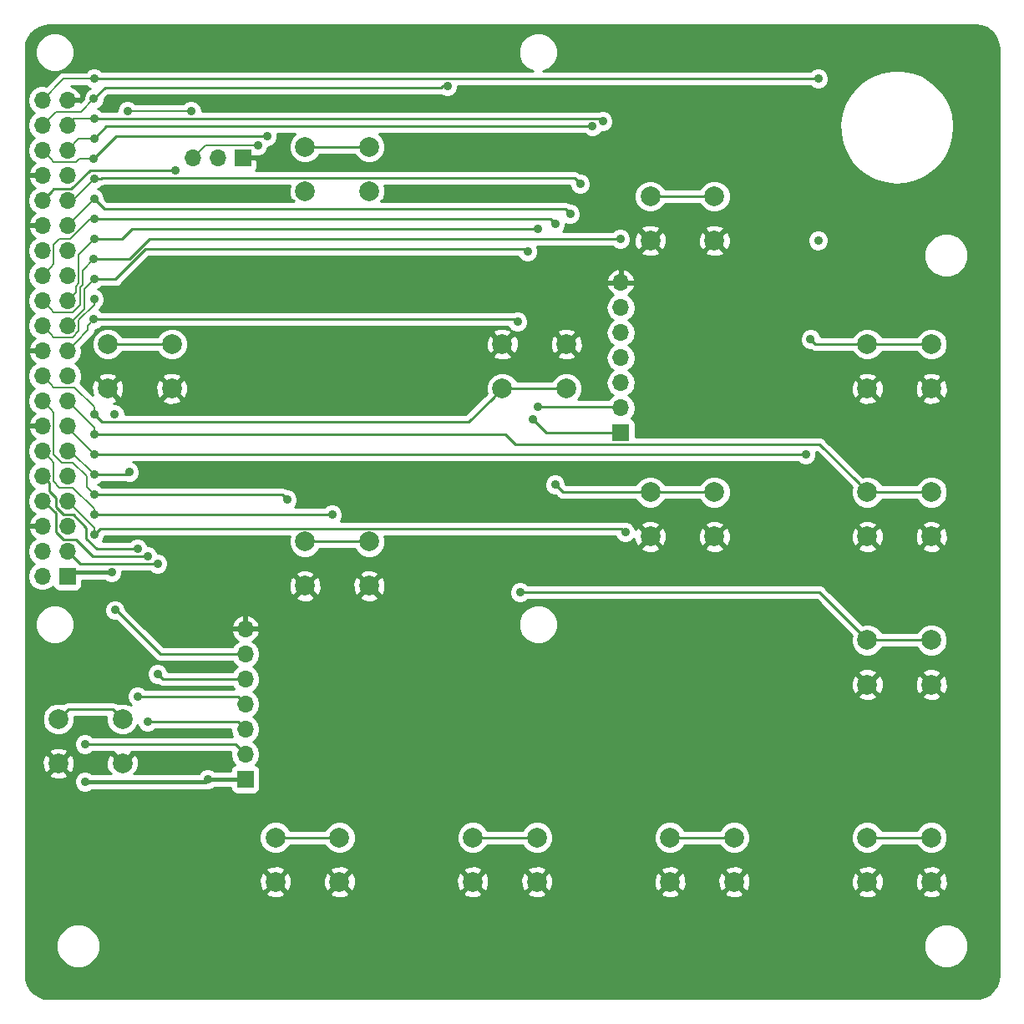
<source format=gbl>
%TF.GenerationSoftware,KiCad,Pcbnew,(5.0.0-3-g5ebb6b6)*%
%TF.CreationDate,2018-10-09T22:59:36+02:00*%
%TF.ProjectId,CNC_Control_Panel,434E435F436F6E74726F6C5F50616E65,rev?*%
%TF.SameCoordinates,Original*%
%TF.FileFunction,Copper,L2,Bot,Signal*%
%TF.FilePolarity,Positive*%
%FSLAX46Y46*%
G04 Gerber Fmt 4.6, Leading zero omitted, Abs format (unit mm)*
G04 Created by KiCad (PCBNEW (5.0.0-3-g5ebb6b6)) date 2018 October 09, Tuesday 22:59:36*
%MOMM*%
%LPD*%
G01*
G04 APERTURE LIST*
%ADD10R,1.700000X1.700000*%
%ADD11O,1.700000X1.700000*%
%ADD12C,2.000000*%
%ADD13C,0.900000*%
%ADD14C,0.400000*%
%ADD15C,0.200000*%
%ADD16C,0.250000*%
%ADD17C,0.254000*%
G04 APERTURE END LIST*
D10*
X39176000Y-134005000D03*
D11*
X36636000Y-134005000D03*
X39176000Y-131465000D03*
X36636000Y-131465000D03*
X39176000Y-128925000D03*
X36636000Y-128925000D03*
X39176000Y-126385000D03*
X36636000Y-126385000D03*
X39176000Y-123845000D03*
X36636000Y-123845000D03*
X39176000Y-121305000D03*
X36636000Y-121305000D03*
X39176000Y-118765000D03*
X36636000Y-118765000D03*
X39176000Y-116225000D03*
X36636000Y-116225000D03*
X39176000Y-113685000D03*
X36636000Y-113685000D03*
X39176000Y-111145000D03*
X36636000Y-111145000D03*
X39176000Y-108605000D03*
X36636000Y-108605000D03*
X39176000Y-106065000D03*
X36636000Y-106065000D03*
X39176000Y-103525000D03*
X36636000Y-103525000D03*
X39176000Y-100985000D03*
X36636000Y-100985000D03*
X39176000Y-98445000D03*
X36636000Y-98445000D03*
X39176000Y-95905000D03*
X36636000Y-95905000D03*
X39176000Y-93365000D03*
X36636000Y-93365000D03*
X39176000Y-90825000D03*
X36636000Y-90825000D03*
X39176000Y-88285000D03*
X36636000Y-88285000D03*
X39176000Y-85745000D03*
X36636000Y-85745000D03*
D12*
X120272000Y-164978000D03*
X120272000Y-160478000D03*
X126772000Y-164978000D03*
X126772000Y-160478000D03*
X86772000Y-160478000D03*
X86772000Y-164978000D03*
X80272000Y-160478000D03*
X80272000Y-164978000D03*
X60272000Y-164978000D03*
X60272000Y-160478000D03*
X66772000Y-164978000D03*
X66772000Y-160478000D03*
X44772000Y-148478000D03*
X44772000Y-152978000D03*
X38272000Y-148478000D03*
X38272000Y-152978000D03*
X106772000Y-160478000D03*
X106772000Y-164978000D03*
X100272000Y-160478000D03*
X100272000Y-164978000D03*
X120272000Y-114978000D03*
X120272000Y-110478000D03*
X126772000Y-114978000D03*
X126772000Y-110478000D03*
X49772000Y-110478000D03*
X49772000Y-114978000D03*
X43272000Y-110478000D03*
X43272000Y-114978000D03*
X89772000Y-110478000D03*
X89772000Y-114978000D03*
X83272000Y-110478000D03*
X83272000Y-114978000D03*
X126772000Y-125478000D03*
X126772000Y-129978000D03*
X120272000Y-125478000D03*
X120272000Y-129978000D03*
X63272000Y-134978000D03*
X63272000Y-130478000D03*
X69772000Y-134978000D03*
X69772000Y-130478000D03*
X63272000Y-94978000D03*
X63272000Y-90478000D03*
X69772000Y-94978000D03*
X69772000Y-90478000D03*
X120272000Y-144978000D03*
X120272000Y-140478000D03*
X126772000Y-144978000D03*
X126772000Y-140478000D03*
X98272000Y-129978000D03*
X98272000Y-125478000D03*
X104772000Y-129978000D03*
X104772000Y-125478000D03*
X104772000Y-95478000D03*
X104772000Y-99978000D03*
X98272000Y-95478000D03*
X98272000Y-99978000D03*
D10*
X95272000Y-119478000D03*
D11*
X95272000Y-116938000D03*
X95272000Y-114398000D03*
X95272000Y-111858000D03*
X95272000Y-109318000D03*
X95272000Y-106778000D03*
X95272000Y-104238000D03*
D10*
X56956000Y-91587000D03*
D11*
X54416000Y-91587000D03*
X51876000Y-91587000D03*
D10*
X57210000Y-154579000D03*
D11*
X57210000Y-152039000D03*
X57210000Y-149499000D03*
X57210000Y-146959000D03*
X57210000Y-144419000D03*
X57210000Y-141879000D03*
X57210000Y-139339000D03*
D13*
X43670000Y-133612000D03*
X43942000Y-117610000D03*
X45272000Y-86863000D03*
X51724000Y-86863000D03*
X40954000Y-151023000D03*
X58480000Y-90317000D03*
X40953990Y-154833000D03*
X53400000Y-154578996D03*
X48828000Y-95143000D03*
X56448000Y-95143000D03*
X45018000Y-80919000D03*
X58226000Y-80919000D03*
X77276000Y-80665000D03*
X98104000Y-80665000D03*
X122742000Y-80665000D03*
X131124000Y-89809000D03*
X131378000Y-111145000D03*
X105724000Y-88285000D03*
X104200000Y-110129000D03*
X131378000Y-122067000D03*
X131124000Y-139593000D03*
X131124000Y-153055000D03*
X131378000Y-166771000D03*
X118932000Y-173629000D03*
X106994000Y-173629000D03*
X93024000Y-173883000D03*
X81340000Y-173883000D03*
X63814000Y-173883000D03*
X46796000Y-174137000D03*
X37906000Y-162199000D03*
X66608000Y-153309000D03*
X89722000Y-152547000D03*
X107756000Y-152293000D03*
X41892000Y-95766000D03*
X90152000Y-97290000D03*
X41892000Y-93734000D03*
X91168000Y-94242000D03*
X41892000Y-87638000D03*
X93454000Y-87892000D03*
X48320000Y-132735000D03*
X48320000Y-143911000D03*
X44002000Y-137435000D03*
X41892000Y-129802000D03*
X95740000Y-129548000D03*
X47304000Y-131973000D03*
X47304000Y-148737004D03*
X46288000Y-131211000D03*
X46288000Y-146197000D03*
X41892000Y-123706000D03*
X45448000Y-123452000D03*
X41892000Y-121674000D03*
X114028000Y-121674000D03*
X114523000Y-109990000D03*
X41892000Y-119642000D03*
X41892000Y-125738000D03*
X61450000Y-126246000D03*
X41892000Y-117610000D03*
X41892000Y-105926000D03*
X41892000Y-127770000D03*
X66022000Y-127770000D03*
X41874000Y-107958000D03*
X84818000Y-108212000D03*
X85072000Y-135644000D03*
X41892000Y-103894000D03*
X85834000Y-101100000D03*
X86342000Y-118118000D03*
X41892000Y-99830000D03*
X86850000Y-98814000D03*
X86850000Y-116848000D03*
X41874000Y-101862000D03*
X95232000Y-99830000D03*
X41883000Y-97798000D03*
X88628000Y-98306000D03*
X88628000Y-124722000D03*
X50098000Y-92857000D03*
X41892000Y-89670000D03*
X92386841Y-88413000D03*
X41874000Y-91702000D03*
X59418000Y-89416000D03*
X41874000Y-85606000D03*
X77706000Y-84349000D03*
X41892000Y-83574000D03*
X115298000Y-83574000D03*
X115298000Y-99969000D03*
D14*
X39569000Y-133612000D02*
X39176000Y-134005000D01*
X43670000Y-133612000D02*
X39569000Y-133612000D01*
D15*
X45272000Y-86863000D02*
X51724000Y-86863000D01*
D16*
X56194000Y-151023000D02*
X57210000Y-152039000D01*
X40954000Y-151023000D02*
X56194000Y-151023000D01*
D15*
X53146000Y-90317000D02*
X51876000Y-91587000D01*
X58480000Y-90317000D02*
X53146000Y-90317000D01*
D14*
X57210000Y-154579000D02*
X53400004Y-154579000D01*
X40953990Y-154833000D02*
X53145996Y-154833000D01*
X53145996Y-154833000D02*
X53400000Y-154578996D01*
X53400004Y-154579000D02*
X53400000Y-154578996D01*
D15*
X39213000Y-98445000D02*
X39176000Y-98445000D01*
X41892000Y-95766000D02*
X39213000Y-98445000D01*
D16*
X89644000Y-96782000D02*
X90152000Y-97290000D01*
X42908000Y-96782000D02*
X89644000Y-96782000D01*
X41892000Y-95766000D02*
X42908000Y-96782000D01*
D15*
X39721000Y-95905000D02*
X39176000Y-95905000D01*
X41892000Y-93734000D02*
X39721000Y-95905000D01*
D16*
X90578999Y-93652999D02*
X91168000Y-94242000D01*
X42648001Y-93652999D02*
X90578999Y-93652999D01*
X42567000Y-93734000D02*
X42648001Y-93652999D01*
X41892000Y-93734000D02*
X42567000Y-93734000D01*
D15*
X39823000Y-87638000D02*
X39176000Y-88285000D01*
X41892000Y-87638000D02*
X39823000Y-87638000D01*
D16*
X41892000Y-87638000D02*
X93200000Y-87638000D01*
X93200000Y-87638000D02*
X93454000Y-87892000D01*
X48306999Y-132748001D02*
X48320000Y-132735000D01*
X40459001Y-132748001D02*
X48306999Y-132748001D01*
X39176000Y-131465000D02*
X40459001Y-132748001D01*
X48828000Y-144419000D02*
X57210000Y-144419000D01*
X48320000Y-143911000D02*
X48828000Y-144419000D01*
X44152000Y-137435000D02*
X48596000Y-141879000D01*
X44002000Y-137435000D02*
X44152000Y-137435000D01*
X48596000Y-141879000D02*
X57210000Y-141879000D01*
D15*
X41892000Y-129101000D02*
X39176000Y-126385000D01*
X41892000Y-129802000D02*
X41892000Y-129101000D01*
D16*
X95344999Y-129152999D02*
X95740000Y-129548000D01*
X42541001Y-129152999D02*
X95344999Y-129152999D01*
X41892000Y-129802000D02*
X42541001Y-129152999D01*
X100272000Y-160478000D02*
X106772000Y-160478000D01*
X38801997Y-130289999D02*
X40032999Y-130289999D01*
X38000999Y-129489001D02*
X38801997Y-130289999D01*
X36800588Y-126385000D02*
X38000999Y-127585411D01*
X38000999Y-127585411D02*
X38000999Y-129489001D01*
X36636000Y-126385000D02*
X36800588Y-126385000D01*
X47290999Y-131986001D02*
X47304000Y-131973000D01*
X41729001Y-131986001D02*
X47290999Y-131986001D01*
X40032999Y-130289999D02*
X41729001Y-131986001D01*
X56448004Y-148737004D02*
X57210000Y-149499000D01*
X47304000Y-148737004D02*
X56448004Y-148737004D01*
X38801997Y-127749999D02*
X39778999Y-127749999D01*
X37360991Y-124569991D02*
X37360991Y-125370989D01*
X38000999Y-126010997D02*
X38000999Y-126949001D01*
X37360991Y-125370989D02*
X38000999Y-126010997D01*
X38000999Y-126949001D02*
X38801997Y-127749999D01*
X36636000Y-123845000D02*
X37360991Y-124569991D01*
X42153998Y-131211000D02*
X46288000Y-131211000D01*
X41116999Y-130174001D02*
X42153998Y-131211000D01*
X41116999Y-129087999D02*
X41116999Y-130174001D01*
X39778999Y-127749999D02*
X41116999Y-129087999D01*
X56448000Y-146197000D02*
X57210000Y-146959000D01*
X46288000Y-146197000D02*
X56448000Y-146197000D01*
D15*
X39491000Y-121305000D02*
X39176000Y-121305000D01*
X41892000Y-123706000D02*
X39491000Y-121305000D01*
D16*
X45194000Y-123706000D02*
X45448000Y-123452000D01*
X41892000Y-123706000D02*
X45194000Y-123706000D01*
X43772001Y-147478001D02*
X39271999Y-147478001D01*
X39271999Y-147478001D02*
X38272000Y-148478000D01*
X44772000Y-148478000D02*
X43772001Y-147478001D01*
D15*
X39176000Y-118958000D02*
X39176000Y-118765000D01*
X41892000Y-121674000D02*
X39176000Y-118958000D01*
D16*
X41892000Y-121674000D02*
X114028000Y-121674000D01*
X115011000Y-110478000D02*
X120272000Y-110478000D01*
X114523000Y-109990000D02*
X115011000Y-110478000D01*
X121686213Y-110478000D02*
X126772000Y-110478000D01*
X120272000Y-110478000D02*
X121686213Y-110478000D01*
D15*
X41892000Y-118941000D02*
X39176000Y-116225000D01*
X41892000Y-119642000D02*
X41892000Y-118941000D01*
D16*
X41892000Y-119642000D02*
X83548000Y-119642000D01*
X115447001Y-120653001D02*
X119272001Y-124478001D01*
X119272001Y-124478001D02*
X120272000Y-125478000D01*
X84559001Y-120653001D02*
X115447001Y-120653001D01*
X83548000Y-119642000D02*
X84559001Y-120653001D01*
X120272000Y-125478000D02*
X126772000Y-125478000D01*
D15*
X37786001Y-117375001D02*
X37485999Y-117074999D01*
X37786001Y-121617003D02*
X37786001Y-117375001D01*
X38623999Y-122455001D02*
X37786001Y-121617003D01*
X41141999Y-123868999D02*
X39728001Y-122455001D01*
X41141999Y-124987999D02*
X41141999Y-123868999D01*
X37485999Y-117074999D02*
X36636000Y-116225000D01*
X39728001Y-122455001D02*
X38623999Y-122455001D01*
X41892000Y-125738000D02*
X41141999Y-124987999D01*
D16*
X60942000Y-125738000D02*
X61450000Y-126246000D01*
X41892000Y-125738000D02*
X60942000Y-125738000D01*
X64686213Y-130478000D02*
X69772000Y-130478000D01*
X63272000Y-130478000D02*
X64686213Y-130478000D01*
D15*
X37485999Y-114534999D02*
X36636000Y-113685000D01*
X39917001Y-114835001D02*
X37786001Y-114835001D01*
X37786001Y-114835001D02*
X37485999Y-114534999D01*
X41892000Y-116810000D02*
X39917001Y-114835001D01*
X41892000Y-117610000D02*
X41892000Y-116810000D01*
D16*
X82272001Y-115977999D02*
X83272000Y-114978000D01*
X42667001Y-118385001D02*
X79864999Y-118385001D01*
X79864999Y-118385001D02*
X82272001Y-115977999D01*
X41892000Y-117610000D02*
X42667001Y-118385001D01*
X83272000Y-114978000D02*
X89772000Y-114978000D01*
D15*
X37485999Y-109454999D02*
X36636000Y-108605000D01*
X37786001Y-109755001D02*
X37485999Y-109454999D01*
X39728001Y-109755001D02*
X37786001Y-109755001D01*
X40326001Y-109157001D02*
X39728001Y-109755001D01*
X40326001Y-108020697D02*
X40326001Y-109157001D01*
X41892000Y-106454698D02*
X40326001Y-108020697D01*
X41892000Y-105926000D02*
X41892000Y-106454698D01*
D16*
X43272000Y-110478000D02*
X49772000Y-110478000D01*
D15*
X37786001Y-122455001D02*
X37485999Y-122154999D01*
X37786001Y-124397001D02*
X37786001Y-122455001D01*
X38384001Y-124995001D02*
X37786001Y-124397001D01*
X37485999Y-122154999D02*
X36636000Y-121305000D01*
X39753397Y-124995001D02*
X38384001Y-124995001D01*
X41892000Y-127133604D02*
X39753397Y-124995001D01*
X41892000Y-127770000D02*
X41892000Y-127133604D01*
D16*
X41892000Y-127770000D02*
X66022000Y-127770000D01*
X69772000Y-90478000D02*
X63272000Y-90478000D01*
D15*
X40025999Y-110295001D02*
X39176000Y-111145000D01*
X41250628Y-109070372D02*
X40025999Y-110295001D01*
X41250628Y-108581372D02*
X41250628Y-109070372D01*
X41874000Y-107958000D02*
X41250628Y-108581372D01*
D16*
X84564000Y-107958000D02*
X84818000Y-108212000D01*
X41874000Y-107958000D02*
X84564000Y-107958000D01*
X115438000Y-135644000D02*
X120272000Y-140478000D01*
X85072000Y-135644000D02*
X115438000Y-135644000D01*
X120272000Y-140478000D02*
X126772000Y-140478000D01*
D15*
X40025999Y-107755001D02*
X39176000Y-108605000D01*
X40876000Y-106905000D02*
X40025999Y-107755001D01*
X40876000Y-104910000D02*
X40876000Y-106905000D01*
X41892000Y-103894000D02*
X40876000Y-104910000D01*
D16*
X44052410Y-103894000D02*
X47100410Y-100846000D01*
X41892000Y-103894000D02*
X44052410Y-103894000D01*
X85580000Y-100846000D02*
X85834000Y-101100000D01*
X47100410Y-100846000D02*
X85580000Y-100846000D01*
X87702000Y-119478000D02*
X95272000Y-119478000D01*
X86342000Y-118118000D02*
X87702000Y-119478000D01*
D15*
X40326001Y-104328599D02*
X40025999Y-104628601D01*
X41892000Y-99830000D02*
X40326001Y-101395999D01*
X40326001Y-101395999D02*
X40326001Y-104328599D01*
X40025999Y-105215001D02*
X39176000Y-106065000D01*
X40025999Y-104628601D02*
X40025999Y-105215001D01*
D16*
X41892000Y-99830000D02*
X44686000Y-99830000D01*
X45702000Y-98814000D02*
X86850000Y-98814000D01*
X44686000Y-99830000D02*
X45702000Y-98814000D01*
X95182000Y-116848000D02*
X95272000Y-116938000D01*
X86850000Y-116848000D02*
X95182000Y-116848000D01*
D15*
X40475989Y-104744311D02*
X40475989Y-106467013D01*
X37485999Y-106914999D02*
X36636000Y-106065000D01*
X40726011Y-104494289D02*
X40475989Y-104744311D01*
X39728001Y-107215001D02*
X37786001Y-107215001D01*
X41874000Y-101862000D02*
X40726011Y-103009989D01*
X40726011Y-103009989D02*
X40726011Y-104494289D01*
X37786001Y-107215001D02*
X37485999Y-106914999D01*
X40475989Y-106467013D02*
X39728001Y-107215001D01*
D16*
X41874000Y-101862000D02*
X45448000Y-101862000D01*
X47480000Y-99830000D02*
X95232000Y-99830000D01*
X45448000Y-101862000D02*
X47480000Y-99830000D01*
X98272000Y-95478000D02*
X104772000Y-95478000D01*
D15*
X37786001Y-102374999D02*
X37485999Y-102675001D01*
X37786001Y-100432999D02*
X37786001Y-102374999D01*
X38384001Y-99834999D02*
X37786001Y-100432999D01*
X39488003Y-99834999D02*
X38384001Y-99834999D01*
X37485999Y-102675001D02*
X36636000Y-103525000D01*
X41525002Y-97798000D02*
X39488003Y-99834999D01*
X41883000Y-97798000D02*
X41525002Y-97798000D01*
D16*
X88120000Y-97798000D02*
X88628000Y-98306000D01*
X41883000Y-97798000D02*
X88120000Y-97798000D01*
X89384000Y-125478000D02*
X98272000Y-125478000D01*
X88628000Y-124722000D02*
X89384000Y-125478000D01*
X98272000Y-125478000D02*
X104772000Y-125478000D01*
X37485999Y-95055001D02*
X36636000Y-95905000D01*
X37811001Y-94729999D02*
X37485999Y-95055001D01*
X39550003Y-94729999D02*
X37811001Y-94729999D01*
X41462000Y-92857000D02*
X39550003Y-94729999D01*
X50098000Y-92857000D02*
X41462000Y-92857000D01*
D15*
X40331000Y-89670000D02*
X39176000Y-90825000D01*
X41892000Y-89670000D02*
X40331000Y-89670000D01*
D16*
X43149000Y-88413000D02*
X92386841Y-88413000D01*
X41892000Y-89670000D02*
X43149000Y-88413000D01*
D15*
X41874000Y-91702000D02*
X40368000Y-91702000D01*
X37485999Y-91674999D02*
X36636000Y-90825000D01*
X37786001Y-91975001D02*
X37485999Y-91674999D01*
X40094999Y-91975001D02*
X37786001Y-91975001D01*
X40368000Y-91702000D02*
X40094999Y-91975001D01*
D16*
X54714998Y-89416000D02*
X59418000Y-89416000D01*
X44160000Y-89416000D02*
X54714998Y-89416000D01*
X41874000Y-91702000D02*
X44160000Y-89416000D01*
X60272000Y-160478000D02*
X66772000Y-160478000D01*
D15*
X37485999Y-87435001D02*
X36636000Y-88285000D01*
X38025999Y-86895001D02*
X37485999Y-87435001D01*
X40584999Y-86895001D02*
X38025999Y-86895001D01*
X41874000Y-85606000D02*
X40584999Y-86895001D01*
D16*
X80272000Y-160478000D02*
X86772000Y-160478000D01*
X77085000Y-84475000D02*
X77211000Y-84349000D01*
X43005000Y-84475000D02*
X77085000Y-84475000D01*
X77211000Y-84349000D02*
X77706000Y-84349000D01*
X41874000Y-85606000D02*
X43005000Y-84475000D01*
D15*
X38807000Y-83574000D02*
X36636000Y-85745000D01*
X41892000Y-83574000D02*
X38807000Y-83574000D01*
D16*
X41892000Y-83574000D02*
X115298000Y-83574000D01*
X120272000Y-160478000D02*
X126772000Y-160478000D01*
D17*
G36*
X131803494Y-78229605D02*
X132306485Y-78412182D01*
X132753979Y-78705572D01*
X133121977Y-79094039D01*
X133390738Y-79556745D01*
X133548565Y-80077847D01*
X133587001Y-80508517D01*
X133587000Y-174438206D01*
X133520395Y-175009494D01*
X133337819Y-175512483D01*
X133044427Y-175959980D01*
X132655961Y-176327977D01*
X132193253Y-176596739D01*
X131672153Y-176754565D01*
X131241495Y-176793000D01*
X37311794Y-176793000D01*
X36740506Y-176726395D01*
X36237517Y-176543819D01*
X35790020Y-176250427D01*
X35422023Y-175861961D01*
X35153261Y-175399253D01*
X34995435Y-174878153D01*
X34957000Y-174447495D01*
X34957000Y-171033431D01*
X38037000Y-171033431D01*
X38037000Y-171922569D01*
X38377259Y-172744026D01*
X39005974Y-173372741D01*
X39827431Y-173713000D01*
X40716569Y-173713000D01*
X41538026Y-173372741D01*
X42166741Y-172744026D01*
X42507000Y-171922569D01*
X42507000Y-171033431D01*
X126037000Y-171033431D01*
X126037000Y-171922569D01*
X126377259Y-172744026D01*
X127005974Y-173372741D01*
X127827431Y-173713000D01*
X128716569Y-173713000D01*
X129538026Y-173372741D01*
X130166741Y-172744026D01*
X130507000Y-171922569D01*
X130507000Y-171033431D01*
X130166741Y-170211974D01*
X129538026Y-169583259D01*
X128716569Y-169243000D01*
X127827431Y-169243000D01*
X127005974Y-169583259D01*
X126377259Y-170211974D01*
X126037000Y-171033431D01*
X42507000Y-171033431D01*
X42166741Y-170211974D01*
X41538026Y-169583259D01*
X40716569Y-169243000D01*
X39827431Y-169243000D01*
X39005974Y-169583259D01*
X38377259Y-170211974D01*
X38037000Y-171033431D01*
X34957000Y-171033431D01*
X34957000Y-166130532D01*
X59299073Y-166130532D01*
X59397736Y-166397387D01*
X60007461Y-166623908D01*
X60657460Y-166599856D01*
X61146264Y-166397387D01*
X61244927Y-166130532D01*
X65799073Y-166130532D01*
X65897736Y-166397387D01*
X66507461Y-166623908D01*
X67157460Y-166599856D01*
X67646264Y-166397387D01*
X67744927Y-166130532D01*
X79299073Y-166130532D01*
X79397736Y-166397387D01*
X80007461Y-166623908D01*
X80657460Y-166599856D01*
X81146264Y-166397387D01*
X81244927Y-166130532D01*
X85799073Y-166130532D01*
X85897736Y-166397387D01*
X86507461Y-166623908D01*
X87157460Y-166599856D01*
X87646264Y-166397387D01*
X87744927Y-166130532D01*
X99299073Y-166130532D01*
X99397736Y-166397387D01*
X100007461Y-166623908D01*
X100657460Y-166599856D01*
X101146264Y-166397387D01*
X101244927Y-166130532D01*
X105799073Y-166130532D01*
X105897736Y-166397387D01*
X106507461Y-166623908D01*
X107157460Y-166599856D01*
X107646264Y-166397387D01*
X107744927Y-166130532D01*
X119299073Y-166130532D01*
X119397736Y-166397387D01*
X120007461Y-166623908D01*
X120657460Y-166599856D01*
X121146264Y-166397387D01*
X121244927Y-166130532D01*
X125799073Y-166130532D01*
X125897736Y-166397387D01*
X126507461Y-166623908D01*
X127157460Y-166599856D01*
X127646264Y-166397387D01*
X127744927Y-166130532D01*
X126772000Y-165157605D01*
X125799073Y-166130532D01*
X121244927Y-166130532D01*
X120272000Y-165157605D01*
X119299073Y-166130532D01*
X107744927Y-166130532D01*
X106772000Y-165157605D01*
X105799073Y-166130532D01*
X101244927Y-166130532D01*
X100272000Y-165157605D01*
X99299073Y-166130532D01*
X87744927Y-166130532D01*
X86772000Y-165157605D01*
X85799073Y-166130532D01*
X81244927Y-166130532D01*
X80272000Y-165157605D01*
X79299073Y-166130532D01*
X67744927Y-166130532D01*
X66772000Y-165157605D01*
X65799073Y-166130532D01*
X61244927Y-166130532D01*
X60272000Y-165157605D01*
X59299073Y-166130532D01*
X34957000Y-166130532D01*
X34957000Y-164713461D01*
X58626092Y-164713461D01*
X58650144Y-165363460D01*
X58852613Y-165852264D01*
X59119468Y-165950927D01*
X60092395Y-164978000D01*
X60451605Y-164978000D01*
X61424532Y-165950927D01*
X61691387Y-165852264D01*
X61917908Y-165242539D01*
X61898331Y-164713461D01*
X65126092Y-164713461D01*
X65150144Y-165363460D01*
X65352613Y-165852264D01*
X65619468Y-165950927D01*
X66592395Y-164978000D01*
X66951605Y-164978000D01*
X67924532Y-165950927D01*
X68191387Y-165852264D01*
X68417908Y-165242539D01*
X68398331Y-164713461D01*
X78626092Y-164713461D01*
X78650144Y-165363460D01*
X78852613Y-165852264D01*
X79119468Y-165950927D01*
X80092395Y-164978000D01*
X80451605Y-164978000D01*
X81424532Y-165950927D01*
X81691387Y-165852264D01*
X81917908Y-165242539D01*
X81898331Y-164713461D01*
X85126092Y-164713461D01*
X85150144Y-165363460D01*
X85352613Y-165852264D01*
X85619468Y-165950927D01*
X86592395Y-164978000D01*
X86951605Y-164978000D01*
X87924532Y-165950927D01*
X88191387Y-165852264D01*
X88417908Y-165242539D01*
X88398331Y-164713461D01*
X98626092Y-164713461D01*
X98650144Y-165363460D01*
X98852613Y-165852264D01*
X99119468Y-165950927D01*
X100092395Y-164978000D01*
X100451605Y-164978000D01*
X101424532Y-165950927D01*
X101691387Y-165852264D01*
X101917908Y-165242539D01*
X101898331Y-164713461D01*
X105126092Y-164713461D01*
X105150144Y-165363460D01*
X105352613Y-165852264D01*
X105619468Y-165950927D01*
X106592395Y-164978000D01*
X106951605Y-164978000D01*
X107924532Y-165950927D01*
X108191387Y-165852264D01*
X108417908Y-165242539D01*
X108398331Y-164713461D01*
X118626092Y-164713461D01*
X118650144Y-165363460D01*
X118852613Y-165852264D01*
X119119468Y-165950927D01*
X120092395Y-164978000D01*
X120451605Y-164978000D01*
X121424532Y-165950927D01*
X121691387Y-165852264D01*
X121917908Y-165242539D01*
X121898331Y-164713461D01*
X125126092Y-164713461D01*
X125150144Y-165363460D01*
X125352613Y-165852264D01*
X125619468Y-165950927D01*
X126592395Y-164978000D01*
X126951605Y-164978000D01*
X127924532Y-165950927D01*
X128191387Y-165852264D01*
X128417908Y-165242539D01*
X128393856Y-164592540D01*
X128191387Y-164103736D01*
X127924532Y-164005073D01*
X126951605Y-164978000D01*
X126592395Y-164978000D01*
X125619468Y-164005073D01*
X125352613Y-164103736D01*
X125126092Y-164713461D01*
X121898331Y-164713461D01*
X121893856Y-164592540D01*
X121691387Y-164103736D01*
X121424532Y-164005073D01*
X120451605Y-164978000D01*
X120092395Y-164978000D01*
X119119468Y-164005073D01*
X118852613Y-164103736D01*
X118626092Y-164713461D01*
X108398331Y-164713461D01*
X108393856Y-164592540D01*
X108191387Y-164103736D01*
X107924532Y-164005073D01*
X106951605Y-164978000D01*
X106592395Y-164978000D01*
X105619468Y-164005073D01*
X105352613Y-164103736D01*
X105126092Y-164713461D01*
X101898331Y-164713461D01*
X101893856Y-164592540D01*
X101691387Y-164103736D01*
X101424532Y-164005073D01*
X100451605Y-164978000D01*
X100092395Y-164978000D01*
X99119468Y-164005073D01*
X98852613Y-164103736D01*
X98626092Y-164713461D01*
X88398331Y-164713461D01*
X88393856Y-164592540D01*
X88191387Y-164103736D01*
X87924532Y-164005073D01*
X86951605Y-164978000D01*
X86592395Y-164978000D01*
X85619468Y-164005073D01*
X85352613Y-164103736D01*
X85126092Y-164713461D01*
X81898331Y-164713461D01*
X81893856Y-164592540D01*
X81691387Y-164103736D01*
X81424532Y-164005073D01*
X80451605Y-164978000D01*
X80092395Y-164978000D01*
X79119468Y-164005073D01*
X78852613Y-164103736D01*
X78626092Y-164713461D01*
X68398331Y-164713461D01*
X68393856Y-164592540D01*
X68191387Y-164103736D01*
X67924532Y-164005073D01*
X66951605Y-164978000D01*
X66592395Y-164978000D01*
X65619468Y-164005073D01*
X65352613Y-164103736D01*
X65126092Y-164713461D01*
X61898331Y-164713461D01*
X61893856Y-164592540D01*
X61691387Y-164103736D01*
X61424532Y-164005073D01*
X60451605Y-164978000D01*
X60092395Y-164978000D01*
X59119468Y-164005073D01*
X58852613Y-164103736D01*
X58626092Y-164713461D01*
X34957000Y-164713461D01*
X34957000Y-163825468D01*
X59299073Y-163825468D01*
X60272000Y-164798395D01*
X61244927Y-163825468D01*
X65799073Y-163825468D01*
X66772000Y-164798395D01*
X67744927Y-163825468D01*
X79299073Y-163825468D01*
X80272000Y-164798395D01*
X81244927Y-163825468D01*
X85799073Y-163825468D01*
X86772000Y-164798395D01*
X87744927Y-163825468D01*
X99299073Y-163825468D01*
X100272000Y-164798395D01*
X101244927Y-163825468D01*
X105799073Y-163825468D01*
X106772000Y-164798395D01*
X107744927Y-163825468D01*
X119299073Y-163825468D01*
X120272000Y-164798395D01*
X121244927Y-163825468D01*
X125799073Y-163825468D01*
X126772000Y-164798395D01*
X127744927Y-163825468D01*
X127646264Y-163558613D01*
X127036539Y-163332092D01*
X126386540Y-163356144D01*
X125897736Y-163558613D01*
X125799073Y-163825468D01*
X121244927Y-163825468D01*
X121146264Y-163558613D01*
X120536539Y-163332092D01*
X119886540Y-163356144D01*
X119397736Y-163558613D01*
X119299073Y-163825468D01*
X107744927Y-163825468D01*
X107646264Y-163558613D01*
X107036539Y-163332092D01*
X106386540Y-163356144D01*
X105897736Y-163558613D01*
X105799073Y-163825468D01*
X101244927Y-163825468D01*
X101146264Y-163558613D01*
X100536539Y-163332092D01*
X99886540Y-163356144D01*
X99397736Y-163558613D01*
X99299073Y-163825468D01*
X87744927Y-163825468D01*
X87646264Y-163558613D01*
X87036539Y-163332092D01*
X86386540Y-163356144D01*
X85897736Y-163558613D01*
X85799073Y-163825468D01*
X81244927Y-163825468D01*
X81146264Y-163558613D01*
X80536539Y-163332092D01*
X79886540Y-163356144D01*
X79397736Y-163558613D01*
X79299073Y-163825468D01*
X67744927Y-163825468D01*
X67646264Y-163558613D01*
X67036539Y-163332092D01*
X66386540Y-163356144D01*
X65897736Y-163558613D01*
X65799073Y-163825468D01*
X61244927Y-163825468D01*
X61146264Y-163558613D01*
X60536539Y-163332092D01*
X59886540Y-163356144D01*
X59397736Y-163558613D01*
X59299073Y-163825468D01*
X34957000Y-163825468D01*
X34957000Y-160152778D01*
X58637000Y-160152778D01*
X58637000Y-160803222D01*
X58885914Y-161404153D01*
X59345847Y-161864086D01*
X59946778Y-162113000D01*
X60597222Y-162113000D01*
X61198153Y-161864086D01*
X61658086Y-161404153D01*
X61726909Y-161238000D01*
X65317091Y-161238000D01*
X65385914Y-161404153D01*
X65845847Y-161864086D01*
X66446778Y-162113000D01*
X67097222Y-162113000D01*
X67698153Y-161864086D01*
X68158086Y-161404153D01*
X68407000Y-160803222D01*
X68407000Y-160152778D01*
X78637000Y-160152778D01*
X78637000Y-160803222D01*
X78885914Y-161404153D01*
X79345847Y-161864086D01*
X79946778Y-162113000D01*
X80597222Y-162113000D01*
X81198153Y-161864086D01*
X81658086Y-161404153D01*
X81726909Y-161238000D01*
X85317091Y-161238000D01*
X85385914Y-161404153D01*
X85845847Y-161864086D01*
X86446778Y-162113000D01*
X87097222Y-162113000D01*
X87698153Y-161864086D01*
X88158086Y-161404153D01*
X88407000Y-160803222D01*
X88407000Y-160152778D01*
X98637000Y-160152778D01*
X98637000Y-160803222D01*
X98885914Y-161404153D01*
X99345847Y-161864086D01*
X99946778Y-162113000D01*
X100597222Y-162113000D01*
X101198153Y-161864086D01*
X101658086Y-161404153D01*
X101726909Y-161238000D01*
X105317091Y-161238000D01*
X105385914Y-161404153D01*
X105845847Y-161864086D01*
X106446778Y-162113000D01*
X107097222Y-162113000D01*
X107698153Y-161864086D01*
X108158086Y-161404153D01*
X108407000Y-160803222D01*
X108407000Y-160152778D01*
X118637000Y-160152778D01*
X118637000Y-160803222D01*
X118885914Y-161404153D01*
X119345847Y-161864086D01*
X119946778Y-162113000D01*
X120597222Y-162113000D01*
X121198153Y-161864086D01*
X121658086Y-161404153D01*
X121726909Y-161238000D01*
X125317091Y-161238000D01*
X125385914Y-161404153D01*
X125845847Y-161864086D01*
X126446778Y-162113000D01*
X127097222Y-162113000D01*
X127698153Y-161864086D01*
X128158086Y-161404153D01*
X128407000Y-160803222D01*
X128407000Y-160152778D01*
X128158086Y-159551847D01*
X127698153Y-159091914D01*
X127097222Y-158843000D01*
X126446778Y-158843000D01*
X125845847Y-159091914D01*
X125385914Y-159551847D01*
X125317091Y-159718000D01*
X121726909Y-159718000D01*
X121658086Y-159551847D01*
X121198153Y-159091914D01*
X120597222Y-158843000D01*
X119946778Y-158843000D01*
X119345847Y-159091914D01*
X118885914Y-159551847D01*
X118637000Y-160152778D01*
X108407000Y-160152778D01*
X108158086Y-159551847D01*
X107698153Y-159091914D01*
X107097222Y-158843000D01*
X106446778Y-158843000D01*
X105845847Y-159091914D01*
X105385914Y-159551847D01*
X105317091Y-159718000D01*
X101726909Y-159718000D01*
X101658086Y-159551847D01*
X101198153Y-159091914D01*
X100597222Y-158843000D01*
X99946778Y-158843000D01*
X99345847Y-159091914D01*
X98885914Y-159551847D01*
X98637000Y-160152778D01*
X88407000Y-160152778D01*
X88158086Y-159551847D01*
X87698153Y-159091914D01*
X87097222Y-158843000D01*
X86446778Y-158843000D01*
X85845847Y-159091914D01*
X85385914Y-159551847D01*
X85317091Y-159718000D01*
X81726909Y-159718000D01*
X81658086Y-159551847D01*
X81198153Y-159091914D01*
X80597222Y-158843000D01*
X79946778Y-158843000D01*
X79345847Y-159091914D01*
X78885914Y-159551847D01*
X78637000Y-160152778D01*
X68407000Y-160152778D01*
X68158086Y-159551847D01*
X67698153Y-159091914D01*
X67097222Y-158843000D01*
X66446778Y-158843000D01*
X65845847Y-159091914D01*
X65385914Y-159551847D01*
X65317091Y-159718000D01*
X61726909Y-159718000D01*
X61658086Y-159551847D01*
X61198153Y-159091914D01*
X60597222Y-158843000D01*
X59946778Y-158843000D01*
X59345847Y-159091914D01*
X58885914Y-159551847D01*
X58637000Y-160152778D01*
X34957000Y-160152778D01*
X34957000Y-154130532D01*
X37299073Y-154130532D01*
X37397736Y-154397387D01*
X38007461Y-154623908D01*
X38657460Y-154599856D01*
X39146264Y-154397387D01*
X39244927Y-154130532D01*
X38272000Y-153157605D01*
X37299073Y-154130532D01*
X34957000Y-154130532D01*
X34957000Y-152713461D01*
X36626092Y-152713461D01*
X36650144Y-153363460D01*
X36852613Y-153852264D01*
X37119468Y-153950927D01*
X38092395Y-152978000D01*
X38451605Y-152978000D01*
X39424532Y-153950927D01*
X39691387Y-153852264D01*
X39917908Y-153242539D01*
X39893856Y-152592540D01*
X39691387Y-152103736D01*
X39424532Y-152005073D01*
X38451605Y-152978000D01*
X38092395Y-152978000D01*
X37119468Y-152005073D01*
X36852613Y-152103736D01*
X36626092Y-152713461D01*
X34957000Y-152713461D01*
X34957000Y-151825468D01*
X37299073Y-151825468D01*
X38272000Y-152798395D01*
X39244927Y-151825468D01*
X39146264Y-151558613D01*
X38536539Y-151332092D01*
X37886540Y-151356144D01*
X37397736Y-151558613D01*
X37299073Y-151825468D01*
X34957000Y-151825468D01*
X34957000Y-148152778D01*
X36637000Y-148152778D01*
X36637000Y-148803222D01*
X36885914Y-149404153D01*
X37345847Y-149864086D01*
X37946778Y-150113000D01*
X38597222Y-150113000D01*
X39198153Y-149864086D01*
X39658086Y-149404153D01*
X39907000Y-148803222D01*
X39907000Y-148238001D01*
X43137000Y-148238001D01*
X43137000Y-148803222D01*
X43385914Y-149404153D01*
X43845847Y-149864086D01*
X44446778Y-150113000D01*
X45097222Y-150113000D01*
X45698153Y-149864086D01*
X46158086Y-149404153D01*
X46282016Y-149104959D01*
X46384182Y-149351607D01*
X46689397Y-149656822D01*
X47088180Y-149822004D01*
X47519820Y-149822004D01*
X47918603Y-149656822D01*
X48078421Y-149497004D01*
X55696305Y-149497004D01*
X55695908Y-149499000D01*
X55811161Y-150078418D01*
X55934495Y-150263000D01*
X41728421Y-150263000D01*
X41568603Y-150103182D01*
X41169820Y-149938000D01*
X40738180Y-149938000D01*
X40339397Y-150103182D01*
X40034182Y-150408397D01*
X39869000Y-150807180D01*
X39869000Y-151238820D01*
X40034182Y-151637603D01*
X40339397Y-151942818D01*
X40738180Y-152108000D01*
X41169820Y-152108000D01*
X41568603Y-151942818D01*
X41728421Y-151783000D01*
X43814774Y-151783000D01*
X43799073Y-151825468D01*
X44772000Y-152798395D01*
X45744927Y-151825468D01*
X45729226Y-151783000D01*
X55746829Y-151783000D01*
X55695908Y-152039000D01*
X55811161Y-152618418D01*
X56139375Y-153109625D01*
X56157619Y-153121816D01*
X56112235Y-153130843D01*
X55902191Y-153271191D01*
X55761843Y-153481235D01*
X55712560Y-153729000D01*
X55712560Y-153744000D01*
X54099425Y-153744000D01*
X54014603Y-153659178D01*
X53615820Y-153493996D01*
X53184180Y-153493996D01*
X52785397Y-153659178D01*
X52480182Y-153964393D01*
X52466261Y-153998000D01*
X45971608Y-153998000D01*
X45924534Y-153950926D01*
X46191387Y-153852264D01*
X46417908Y-153242539D01*
X46393856Y-152592540D01*
X46191387Y-152103736D01*
X45924532Y-152005073D01*
X44951605Y-152978000D01*
X44965748Y-152992143D01*
X44786143Y-153171748D01*
X44772000Y-153157605D01*
X44757858Y-153171748D01*
X44578253Y-152992143D01*
X44592395Y-152978000D01*
X43619468Y-152005073D01*
X43352613Y-152103736D01*
X43126092Y-152713461D01*
X43150144Y-153363460D01*
X43352613Y-153852264D01*
X43619466Y-153950926D01*
X43572392Y-153998000D01*
X41653411Y-153998000D01*
X41568593Y-153913182D01*
X41169810Y-153748000D01*
X40738170Y-153748000D01*
X40339387Y-153913182D01*
X40034172Y-154218397D01*
X39868990Y-154617180D01*
X39868990Y-155048820D01*
X40034172Y-155447603D01*
X40339387Y-155752818D01*
X40738170Y-155918000D01*
X41169810Y-155918000D01*
X41568593Y-155752818D01*
X41653411Y-155668000D01*
X53063763Y-155668000D01*
X53145996Y-155684357D01*
X53228229Y-155668000D01*
X53228233Y-155668000D01*
X53248362Y-155663996D01*
X53615820Y-155663996D01*
X54014603Y-155498814D01*
X54099417Y-155414000D01*
X55712560Y-155414000D01*
X55712560Y-155429000D01*
X55761843Y-155676765D01*
X55902191Y-155886809D01*
X56112235Y-156027157D01*
X56360000Y-156076440D01*
X58060000Y-156076440D01*
X58307765Y-156027157D01*
X58517809Y-155886809D01*
X58658157Y-155676765D01*
X58707440Y-155429000D01*
X58707440Y-153729000D01*
X58658157Y-153481235D01*
X58517809Y-153271191D01*
X58307765Y-153130843D01*
X58262381Y-153121816D01*
X58280625Y-153109625D01*
X58608839Y-152618418D01*
X58724092Y-152039000D01*
X58608839Y-151459582D01*
X58280625Y-150968375D01*
X57982239Y-150769000D01*
X58280625Y-150569625D01*
X58608839Y-150078418D01*
X58724092Y-149499000D01*
X58608839Y-148919582D01*
X58280625Y-148428375D01*
X57982239Y-148229000D01*
X58280625Y-148029625D01*
X58608839Y-147538418D01*
X58724092Y-146959000D01*
X58608839Y-146379582D01*
X58442430Y-146130532D01*
X119299073Y-146130532D01*
X119397736Y-146397387D01*
X120007461Y-146623908D01*
X120657460Y-146599856D01*
X121146264Y-146397387D01*
X121244927Y-146130532D01*
X125799073Y-146130532D01*
X125897736Y-146397387D01*
X126507461Y-146623908D01*
X127157460Y-146599856D01*
X127646264Y-146397387D01*
X127744927Y-146130532D01*
X126772000Y-145157605D01*
X125799073Y-146130532D01*
X121244927Y-146130532D01*
X120272000Y-145157605D01*
X119299073Y-146130532D01*
X58442430Y-146130532D01*
X58280625Y-145888375D01*
X57982239Y-145689000D01*
X58280625Y-145489625D01*
X58608839Y-144998418D01*
X58665520Y-144713461D01*
X118626092Y-144713461D01*
X118650144Y-145363460D01*
X118852613Y-145852264D01*
X119119468Y-145950927D01*
X120092395Y-144978000D01*
X120451605Y-144978000D01*
X121424532Y-145950927D01*
X121691387Y-145852264D01*
X121917908Y-145242539D01*
X121898331Y-144713461D01*
X125126092Y-144713461D01*
X125150144Y-145363460D01*
X125352613Y-145852264D01*
X125619468Y-145950927D01*
X126592395Y-144978000D01*
X126951605Y-144978000D01*
X127924532Y-145950927D01*
X128191387Y-145852264D01*
X128417908Y-145242539D01*
X128393856Y-144592540D01*
X128191387Y-144103736D01*
X127924532Y-144005073D01*
X126951605Y-144978000D01*
X126592395Y-144978000D01*
X125619468Y-144005073D01*
X125352613Y-144103736D01*
X125126092Y-144713461D01*
X121898331Y-144713461D01*
X121893856Y-144592540D01*
X121691387Y-144103736D01*
X121424532Y-144005073D01*
X120451605Y-144978000D01*
X120092395Y-144978000D01*
X119119468Y-144005073D01*
X118852613Y-144103736D01*
X118626092Y-144713461D01*
X58665520Y-144713461D01*
X58724092Y-144419000D01*
X58608839Y-143839582D01*
X58599409Y-143825468D01*
X119299073Y-143825468D01*
X120272000Y-144798395D01*
X121244927Y-143825468D01*
X125799073Y-143825468D01*
X126772000Y-144798395D01*
X127744927Y-143825468D01*
X127646264Y-143558613D01*
X127036539Y-143332092D01*
X126386540Y-143356144D01*
X125897736Y-143558613D01*
X125799073Y-143825468D01*
X121244927Y-143825468D01*
X121146264Y-143558613D01*
X120536539Y-143332092D01*
X119886540Y-143356144D01*
X119397736Y-143558613D01*
X119299073Y-143825468D01*
X58599409Y-143825468D01*
X58280625Y-143348375D01*
X57982239Y-143149000D01*
X58280625Y-142949625D01*
X58608839Y-142458418D01*
X58724092Y-141879000D01*
X58608839Y-141299582D01*
X58280625Y-140808375D01*
X57961522Y-140595157D01*
X58091358Y-140534183D01*
X58481645Y-140105924D01*
X58651476Y-139695890D01*
X58530155Y-139466000D01*
X57337000Y-139466000D01*
X57337000Y-139486000D01*
X57083000Y-139486000D01*
X57083000Y-139466000D01*
X55889845Y-139466000D01*
X55768524Y-139695890D01*
X55938355Y-140105924D01*
X56328642Y-140534183D01*
X56458478Y-140595157D01*
X56139375Y-140808375D01*
X55931822Y-141119000D01*
X48910802Y-141119000D01*
X46773912Y-138982110D01*
X55768524Y-138982110D01*
X55889845Y-139212000D01*
X57083000Y-139212000D01*
X57083000Y-138018181D01*
X57337000Y-138018181D01*
X57337000Y-139212000D01*
X58530155Y-139212000D01*
X58651476Y-138982110D01*
X58481645Y-138572076D01*
X58397878Y-138480159D01*
X84921000Y-138480159D01*
X84921000Y-139269841D01*
X85223199Y-139999412D01*
X85781588Y-140557801D01*
X86511159Y-140860000D01*
X87300841Y-140860000D01*
X88030412Y-140557801D01*
X88588801Y-139999412D01*
X88891000Y-139269841D01*
X88891000Y-138480159D01*
X88588801Y-137750588D01*
X88030412Y-137192199D01*
X87300841Y-136890000D01*
X86511159Y-136890000D01*
X85781588Y-137192199D01*
X85223199Y-137750588D01*
X84921000Y-138480159D01*
X58397878Y-138480159D01*
X58091358Y-138143817D01*
X57566892Y-137897514D01*
X57337000Y-138018181D01*
X57083000Y-138018181D01*
X56853108Y-137897514D01*
X56328642Y-138143817D01*
X55938355Y-138572076D01*
X55768524Y-138982110D01*
X46773912Y-138982110D01*
X45087000Y-137295199D01*
X45087000Y-137219180D01*
X44921818Y-136820397D01*
X44616603Y-136515182D01*
X44217820Y-136350000D01*
X43786180Y-136350000D01*
X43387397Y-136515182D01*
X43082182Y-136820397D01*
X42917000Y-137219180D01*
X42917000Y-137650820D01*
X43082182Y-138049603D01*
X43387397Y-138354818D01*
X43786180Y-138520000D01*
X44162199Y-138520000D01*
X48005671Y-142363473D01*
X48048071Y-142426929D01*
X48299463Y-142594904D01*
X48521148Y-142639000D01*
X48521152Y-142639000D01*
X48595999Y-142653888D01*
X48670846Y-142639000D01*
X55931822Y-142639000D01*
X56139375Y-142949625D01*
X56437761Y-143149000D01*
X56139375Y-143348375D01*
X55931822Y-143659000D01*
X49390014Y-143659000D01*
X49239818Y-143296397D01*
X48934603Y-142991182D01*
X48535820Y-142826000D01*
X48104180Y-142826000D01*
X47705397Y-142991182D01*
X47400182Y-143296397D01*
X47235000Y-143695180D01*
X47235000Y-144126820D01*
X47400182Y-144525603D01*
X47705397Y-144830818D01*
X48104180Y-144996000D01*
X48323579Y-144996000D01*
X48343524Y-145009327D01*
X48343526Y-145009329D01*
X48468902Y-145093102D01*
X48531463Y-145134904D01*
X48753148Y-145179000D01*
X48753152Y-145179000D01*
X48827999Y-145193888D01*
X48902846Y-145179000D01*
X55931822Y-145179000D01*
X56104212Y-145437000D01*
X47062421Y-145437000D01*
X46902603Y-145277182D01*
X46503820Y-145112000D01*
X46072180Y-145112000D01*
X45673397Y-145277182D01*
X45368182Y-145582397D01*
X45203000Y-145981180D01*
X45203000Y-146412820D01*
X45368182Y-146811603D01*
X45613378Y-147056799D01*
X45097222Y-146843000D01*
X44446778Y-146843000D01*
X44288029Y-146908756D01*
X44068538Y-146762097D01*
X43846853Y-146718001D01*
X43846848Y-146718001D01*
X43772001Y-146703113D01*
X43697154Y-146718001D01*
X39346845Y-146718001D01*
X39271998Y-146703113D01*
X39197151Y-146718001D01*
X39197147Y-146718001D01*
X38975462Y-146762097D01*
X38755971Y-146908756D01*
X38597222Y-146843000D01*
X37946778Y-146843000D01*
X37345847Y-147091914D01*
X36885914Y-147551847D01*
X36637000Y-148152778D01*
X34957000Y-148152778D01*
X34957000Y-138480159D01*
X35921000Y-138480159D01*
X35921000Y-139269841D01*
X36223199Y-139999412D01*
X36781588Y-140557801D01*
X37511159Y-140860000D01*
X38300841Y-140860000D01*
X39030412Y-140557801D01*
X39588801Y-139999412D01*
X39891000Y-139269841D01*
X39891000Y-138480159D01*
X39588801Y-137750588D01*
X39030412Y-137192199D01*
X38300841Y-136890000D01*
X37511159Y-136890000D01*
X36781588Y-137192199D01*
X36223199Y-137750588D01*
X35921000Y-138480159D01*
X34957000Y-138480159D01*
X34957000Y-136130532D01*
X62299073Y-136130532D01*
X62397736Y-136397387D01*
X63007461Y-136623908D01*
X63657460Y-136599856D01*
X64146264Y-136397387D01*
X64244927Y-136130532D01*
X68799073Y-136130532D01*
X68897736Y-136397387D01*
X69507461Y-136623908D01*
X70157460Y-136599856D01*
X70646264Y-136397387D01*
X70744927Y-136130532D01*
X69772000Y-135157605D01*
X68799073Y-136130532D01*
X64244927Y-136130532D01*
X63272000Y-135157605D01*
X62299073Y-136130532D01*
X34957000Y-136130532D01*
X34957000Y-85745000D01*
X35121908Y-85745000D01*
X35237161Y-86324418D01*
X35565375Y-86815625D01*
X35863761Y-87015000D01*
X35565375Y-87214375D01*
X35237161Y-87705582D01*
X35121908Y-88285000D01*
X35237161Y-88864418D01*
X35565375Y-89355625D01*
X35863761Y-89555000D01*
X35565375Y-89754375D01*
X35237161Y-90245582D01*
X35121908Y-90825000D01*
X35237161Y-91404418D01*
X35565375Y-91895625D01*
X35884478Y-92108843D01*
X35754642Y-92169817D01*
X35364355Y-92598076D01*
X35194524Y-93008110D01*
X35315845Y-93238000D01*
X36509000Y-93238000D01*
X36509000Y-93218000D01*
X36763000Y-93218000D01*
X36763000Y-93238000D01*
X36783000Y-93238000D01*
X36783000Y-93492000D01*
X36763000Y-93492000D01*
X36763000Y-93512000D01*
X36509000Y-93512000D01*
X36509000Y-93492000D01*
X35315845Y-93492000D01*
X35194524Y-93721890D01*
X35364355Y-94131924D01*
X35754642Y-94560183D01*
X35884478Y-94621157D01*
X35565375Y-94834375D01*
X35237161Y-95325582D01*
X35121908Y-95905000D01*
X35237161Y-96484418D01*
X35565375Y-96975625D01*
X35884478Y-97188843D01*
X35754642Y-97249817D01*
X35364355Y-97678076D01*
X35194524Y-98088110D01*
X35315845Y-98318000D01*
X36509000Y-98318000D01*
X36509000Y-98298000D01*
X36763000Y-98298000D01*
X36763000Y-98318000D01*
X36783000Y-98318000D01*
X36783000Y-98572000D01*
X36763000Y-98572000D01*
X36763000Y-98592000D01*
X36509000Y-98592000D01*
X36509000Y-98572000D01*
X35315845Y-98572000D01*
X35194524Y-98801890D01*
X35364355Y-99211924D01*
X35754642Y-99640183D01*
X35884478Y-99701157D01*
X35565375Y-99914375D01*
X35237161Y-100405582D01*
X35121908Y-100985000D01*
X35237161Y-101564418D01*
X35565375Y-102055625D01*
X35863761Y-102255000D01*
X35565375Y-102454375D01*
X35237161Y-102945582D01*
X35121908Y-103525000D01*
X35237161Y-104104418D01*
X35565375Y-104595625D01*
X35863761Y-104795000D01*
X35565375Y-104994375D01*
X35237161Y-105485582D01*
X35121908Y-106065000D01*
X35237161Y-106644418D01*
X35565375Y-107135625D01*
X35863761Y-107335000D01*
X35565375Y-107534375D01*
X35237161Y-108025582D01*
X35121908Y-108605000D01*
X35237161Y-109184418D01*
X35565375Y-109675625D01*
X35884478Y-109888843D01*
X35754642Y-109949817D01*
X35364355Y-110378076D01*
X35194524Y-110788110D01*
X35315845Y-111018000D01*
X36509000Y-111018000D01*
X36509000Y-110998000D01*
X36763000Y-110998000D01*
X36763000Y-111018000D01*
X36783000Y-111018000D01*
X36783000Y-111272000D01*
X36763000Y-111272000D01*
X36763000Y-111292000D01*
X36509000Y-111292000D01*
X36509000Y-111272000D01*
X35315845Y-111272000D01*
X35194524Y-111501890D01*
X35364355Y-111911924D01*
X35754642Y-112340183D01*
X35884478Y-112401157D01*
X35565375Y-112614375D01*
X35237161Y-113105582D01*
X35121908Y-113685000D01*
X35237161Y-114264418D01*
X35565375Y-114755625D01*
X35863761Y-114955000D01*
X35565375Y-115154375D01*
X35237161Y-115645582D01*
X35121908Y-116225000D01*
X35237161Y-116804418D01*
X35565375Y-117295625D01*
X35884478Y-117508843D01*
X35754642Y-117569817D01*
X35364355Y-117998076D01*
X35194524Y-118408110D01*
X35315845Y-118638000D01*
X36509000Y-118638000D01*
X36509000Y-118618000D01*
X36763000Y-118618000D01*
X36763000Y-118638000D01*
X36783000Y-118638000D01*
X36783000Y-118892000D01*
X36763000Y-118892000D01*
X36763000Y-118912000D01*
X36509000Y-118912000D01*
X36509000Y-118892000D01*
X35315845Y-118892000D01*
X35194524Y-119121890D01*
X35364355Y-119531924D01*
X35754642Y-119960183D01*
X35884478Y-120021157D01*
X35565375Y-120234375D01*
X35237161Y-120725582D01*
X35121908Y-121305000D01*
X35237161Y-121884418D01*
X35565375Y-122375625D01*
X35863761Y-122575000D01*
X35565375Y-122774375D01*
X35237161Y-123265582D01*
X35121908Y-123845000D01*
X35237161Y-124424418D01*
X35565375Y-124915625D01*
X35863761Y-125115000D01*
X35565375Y-125314375D01*
X35237161Y-125805582D01*
X35121908Y-126385000D01*
X35237161Y-126964418D01*
X35565375Y-127455625D01*
X35884478Y-127668843D01*
X35754642Y-127729817D01*
X35364355Y-128158076D01*
X35194524Y-128568110D01*
X35315845Y-128798000D01*
X36509000Y-128798000D01*
X36509000Y-128778000D01*
X36763000Y-128778000D01*
X36763000Y-128798000D01*
X36783000Y-128798000D01*
X36783000Y-129052000D01*
X36763000Y-129052000D01*
X36763000Y-129072000D01*
X36509000Y-129072000D01*
X36509000Y-129052000D01*
X35315845Y-129052000D01*
X35194524Y-129281890D01*
X35364355Y-129691924D01*
X35754642Y-130120183D01*
X35884478Y-130181157D01*
X35565375Y-130394375D01*
X35237161Y-130885582D01*
X35121908Y-131465000D01*
X35237161Y-132044418D01*
X35565375Y-132535625D01*
X35863761Y-132735000D01*
X35565375Y-132934375D01*
X35237161Y-133425582D01*
X35121908Y-134005000D01*
X35237161Y-134584418D01*
X35565375Y-135075625D01*
X36056582Y-135403839D01*
X36489744Y-135490000D01*
X36782256Y-135490000D01*
X37215418Y-135403839D01*
X37706625Y-135075625D01*
X37718816Y-135057381D01*
X37727843Y-135102765D01*
X37868191Y-135312809D01*
X38078235Y-135453157D01*
X38326000Y-135502440D01*
X40026000Y-135502440D01*
X40273765Y-135453157D01*
X40483809Y-135312809D01*
X40624157Y-135102765D01*
X40673440Y-134855000D01*
X40673440Y-134713461D01*
X61626092Y-134713461D01*
X61650144Y-135363460D01*
X61852613Y-135852264D01*
X62119468Y-135950927D01*
X63092395Y-134978000D01*
X63451605Y-134978000D01*
X64424532Y-135950927D01*
X64691387Y-135852264D01*
X64917908Y-135242539D01*
X64898331Y-134713461D01*
X68126092Y-134713461D01*
X68150144Y-135363460D01*
X68352613Y-135852264D01*
X68619468Y-135950927D01*
X69592395Y-134978000D01*
X69951605Y-134978000D01*
X70924532Y-135950927D01*
X71191387Y-135852264D01*
X71348939Y-135428180D01*
X83987000Y-135428180D01*
X83987000Y-135859820D01*
X84152182Y-136258603D01*
X84457397Y-136563818D01*
X84856180Y-136729000D01*
X85287820Y-136729000D01*
X85686603Y-136563818D01*
X85846421Y-136404000D01*
X115123199Y-136404000D01*
X118705823Y-139986625D01*
X118637000Y-140152778D01*
X118637000Y-140803222D01*
X118885914Y-141404153D01*
X119345847Y-141864086D01*
X119946778Y-142113000D01*
X120597222Y-142113000D01*
X121198153Y-141864086D01*
X121658086Y-141404153D01*
X121726909Y-141238000D01*
X125317091Y-141238000D01*
X125385914Y-141404153D01*
X125845847Y-141864086D01*
X126446778Y-142113000D01*
X127097222Y-142113000D01*
X127698153Y-141864086D01*
X128158086Y-141404153D01*
X128407000Y-140803222D01*
X128407000Y-140152778D01*
X128158086Y-139551847D01*
X127698153Y-139091914D01*
X127097222Y-138843000D01*
X126446778Y-138843000D01*
X125845847Y-139091914D01*
X125385914Y-139551847D01*
X125317091Y-139718000D01*
X121726909Y-139718000D01*
X121658086Y-139551847D01*
X121198153Y-139091914D01*
X120597222Y-138843000D01*
X119946778Y-138843000D01*
X119780625Y-138911823D01*
X116028331Y-135159530D01*
X115985929Y-135096071D01*
X115734537Y-134928096D01*
X115512852Y-134884000D01*
X115512847Y-134884000D01*
X115438000Y-134869112D01*
X115363153Y-134884000D01*
X85846421Y-134884000D01*
X85686603Y-134724182D01*
X85287820Y-134559000D01*
X84856180Y-134559000D01*
X84457397Y-134724182D01*
X84152182Y-135029397D01*
X83987000Y-135428180D01*
X71348939Y-135428180D01*
X71417908Y-135242539D01*
X71393856Y-134592540D01*
X71191387Y-134103736D01*
X70924532Y-134005073D01*
X69951605Y-134978000D01*
X69592395Y-134978000D01*
X68619468Y-134005073D01*
X68352613Y-134103736D01*
X68126092Y-134713461D01*
X64898331Y-134713461D01*
X64893856Y-134592540D01*
X64691387Y-134103736D01*
X64424532Y-134005073D01*
X63451605Y-134978000D01*
X63092395Y-134978000D01*
X62119468Y-134005073D01*
X61852613Y-134103736D01*
X61626092Y-134713461D01*
X40673440Y-134713461D01*
X40673440Y-134447000D01*
X42970579Y-134447000D01*
X43055397Y-134531818D01*
X43454180Y-134697000D01*
X43885820Y-134697000D01*
X44284603Y-134531818D01*
X44589818Y-134226603D01*
X44755000Y-133827820D01*
X44755000Y-133825468D01*
X62299073Y-133825468D01*
X63272000Y-134798395D01*
X64244927Y-133825468D01*
X68799073Y-133825468D01*
X69772000Y-134798395D01*
X70744927Y-133825468D01*
X70646264Y-133558613D01*
X70036539Y-133332092D01*
X69386540Y-133356144D01*
X68897736Y-133558613D01*
X68799073Y-133825468D01*
X64244927Y-133825468D01*
X64146264Y-133558613D01*
X63536539Y-133332092D01*
X62886540Y-133356144D01*
X62397736Y-133558613D01*
X62299073Y-133825468D01*
X44755000Y-133825468D01*
X44755000Y-133508001D01*
X47558580Y-133508001D01*
X47705397Y-133654818D01*
X48104180Y-133820000D01*
X48535820Y-133820000D01*
X48934603Y-133654818D01*
X49239818Y-133349603D01*
X49405000Y-132950820D01*
X49405000Y-132519180D01*
X49239818Y-132120397D01*
X48934603Y-131815182D01*
X48535820Y-131650000D01*
X48344604Y-131650000D01*
X48223818Y-131358397D01*
X47918603Y-131053182D01*
X47519820Y-130888000D01*
X47328604Y-130888000D01*
X47207818Y-130596397D01*
X46902603Y-130291182D01*
X46503820Y-130126000D01*
X46072180Y-130126000D01*
X45673397Y-130291182D01*
X45513579Y-130451000D01*
X42777421Y-130451000D01*
X42811818Y-130416603D01*
X42977000Y-130017820D01*
X42977000Y-129912999D01*
X61736320Y-129912999D01*
X61637000Y-130152778D01*
X61637000Y-130803222D01*
X61885914Y-131404153D01*
X62345847Y-131864086D01*
X62946778Y-132113000D01*
X63597222Y-132113000D01*
X64198153Y-131864086D01*
X64658086Y-131404153D01*
X64726909Y-131238000D01*
X68317091Y-131238000D01*
X68385914Y-131404153D01*
X68845847Y-131864086D01*
X69446778Y-132113000D01*
X70097222Y-132113000D01*
X70698153Y-131864086D01*
X71158086Y-131404153D01*
X71271423Y-131130532D01*
X97299073Y-131130532D01*
X97397736Y-131397387D01*
X98007461Y-131623908D01*
X98657460Y-131599856D01*
X99146264Y-131397387D01*
X99244927Y-131130532D01*
X103799073Y-131130532D01*
X103897736Y-131397387D01*
X104507461Y-131623908D01*
X105157460Y-131599856D01*
X105646264Y-131397387D01*
X105744927Y-131130532D01*
X119299073Y-131130532D01*
X119397736Y-131397387D01*
X120007461Y-131623908D01*
X120657460Y-131599856D01*
X121146264Y-131397387D01*
X121244927Y-131130532D01*
X125799073Y-131130532D01*
X125897736Y-131397387D01*
X126507461Y-131623908D01*
X127157460Y-131599856D01*
X127646264Y-131397387D01*
X127744927Y-131130532D01*
X126772000Y-130157605D01*
X125799073Y-131130532D01*
X121244927Y-131130532D01*
X120272000Y-130157605D01*
X119299073Y-131130532D01*
X105744927Y-131130532D01*
X104772000Y-130157605D01*
X103799073Y-131130532D01*
X99244927Y-131130532D01*
X98272000Y-130157605D01*
X97299073Y-131130532D01*
X71271423Y-131130532D01*
X71407000Y-130803222D01*
X71407000Y-130152778D01*
X71307680Y-129912999D01*
X94716792Y-129912999D01*
X94820182Y-130162603D01*
X95125397Y-130467818D01*
X95524180Y-130633000D01*
X95955820Y-130633000D01*
X96354603Y-130467818D01*
X96643322Y-130179099D01*
X96650144Y-130363460D01*
X96852613Y-130852264D01*
X97119468Y-130950927D01*
X98092395Y-129978000D01*
X98451605Y-129978000D01*
X99424532Y-130950927D01*
X99691387Y-130852264D01*
X99917908Y-130242539D01*
X99898331Y-129713461D01*
X103126092Y-129713461D01*
X103150144Y-130363460D01*
X103352613Y-130852264D01*
X103619468Y-130950927D01*
X104592395Y-129978000D01*
X104951605Y-129978000D01*
X105924532Y-130950927D01*
X106191387Y-130852264D01*
X106417908Y-130242539D01*
X106398331Y-129713461D01*
X118626092Y-129713461D01*
X118650144Y-130363460D01*
X118852613Y-130852264D01*
X119119468Y-130950927D01*
X120092395Y-129978000D01*
X120451605Y-129978000D01*
X121424532Y-130950927D01*
X121691387Y-130852264D01*
X121917908Y-130242539D01*
X121898331Y-129713461D01*
X125126092Y-129713461D01*
X125150144Y-130363460D01*
X125352613Y-130852264D01*
X125619468Y-130950927D01*
X126592395Y-129978000D01*
X126951605Y-129978000D01*
X127924532Y-130950927D01*
X128191387Y-130852264D01*
X128417908Y-130242539D01*
X128393856Y-129592540D01*
X128191387Y-129103736D01*
X127924532Y-129005073D01*
X126951605Y-129978000D01*
X126592395Y-129978000D01*
X125619468Y-129005073D01*
X125352613Y-129103736D01*
X125126092Y-129713461D01*
X121898331Y-129713461D01*
X121893856Y-129592540D01*
X121691387Y-129103736D01*
X121424532Y-129005073D01*
X120451605Y-129978000D01*
X120092395Y-129978000D01*
X119119468Y-129005073D01*
X118852613Y-129103736D01*
X118626092Y-129713461D01*
X106398331Y-129713461D01*
X106393856Y-129592540D01*
X106191387Y-129103736D01*
X105924532Y-129005073D01*
X104951605Y-129978000D01*
X104592395Y-129978000D01*
X103619468Y-129005073D01*
X103352613Y-129103736D01*
X103126092Y-129713461D01*
X99898331Y-129713461D01*
X99893856Y-129592540D01*
X99691387Y-129103736D01*
X99424532Y-129005073D01*
X98451605Y-129978000D01*
X98092395Y-129978000D01*
X97119468Y-129005073D01*
X96852613Y-129103736D01*
X96794816Y-129259309D01*
X96659818Y-128933397D01*
X96551889Y-128825468D01*
X97299073Y-128825468D01*
X98272000Y-129798395D01*
X99244927Y-128825468D01*
X103799073Y-128825468D01*
X104772000Y-129798395D01*
X105744927Y-128825468D01*
X119299073Y-128825468D01*
X120272000Y-129798395D01*
X121244927Y-128825468D01*
X125799073Y-128825468D01*
X126772000Y-129798395D01*
X127744927Y-128825468D01*
X127646264Y-128558613D01*
X127036539Y-128332092D01*
X126386540Y-128356144D01*
X125897736Y-128558613D01*
X125799073Y-128825468D01*
X121244927Y-128825468D01*
X121146264Y-128558613D01*
X120536539Y-128332092D01*
X119886540Y-128356144D01*
X119397736Y-128558613D01*
X119299073Y-128825468D01*
X105744927Y-128825468D01*
X105646264Y-128558613D01*
X105036539Y-128332092D01*
X104386540Y-128356144D01*
X103897736Y-128558613D01*
X103799073Y-128825468D01*
X99244927Y-128825468D01*
X99146264Y-128558613D01*
X98536539Y-128332092D01*
X97886540Y-128356144D01*
X97397736Y-128558613D01*
X97299073Y-128825468D01*
X96551889Y-128825468D01*
X96354603Y-128628182D01*
X95955820Y-128463000D01*
X95680306Y-128463000D01*
X95641536Y-128437095D01*
X95419851Y-128392999D01*
X95419846Y-128392999D01*
X95344999Y-128378111D01*
X95270152Y-128392999D01*
X66933422Y-128392999D01*
X66941818Y-128384603D01*
X67107000Y-127985820D01*
X67107000Y-127554180D01*
X66941818Y-127155397D01*
X66636603Y-126850182D01*
X66237820Y-126685000D01*
X65806180Y-126685000D01*
X65407397Y-126850182D01*
X65247579Y-127010000D01*
X62220421Y-127010000D01*
X62369818Y-126860603D01*
X62535000Y-126461820D01*
X62535000Y-126030180D01*
X62369818Y-125631397D01*
X62064603Y-125326182D01*
X61665820Y-125161000D01*
X61446421Y-125161000D01*
X61238537Y-125022096D01*
X61016852Y-124978000D01*
X61016847Y-124978000D01*
X60942000Y-124963112D01*
X60867153Y-124978000D01*
X42666421Y-124978000D01*
X42506603Y-124818182D01*
X42274400Y-124722000D01*
X42506603Y-124625818D01*
X42666421Y-124466000D01*
X45060772Y-124466000D01*
X45232180Y-124537000D01*
X45663820Y-124537000D01*
X45738225Y-124506180D01*
X87543000Y-124506180D01*
X87543000Y-124937820D01*
X87708182Y-125336603D01*
X88013397Y-125641818D01*
X88412180Y-125807000D01*
X88638198Y-125807000D01*
X88793673Y-125962475D01*
X88836071Y-126025929D01*
X88899524Y-126068327D01*
X88899526Y-126068329D01*
X89015587Y-126145878D01*
X89087463Y-126193904D01*
X89309148Y-126238000D01*
X89309152Y-126238000D01*
X89383999Y-126252888D01*
X89458846Y-126238000D01*
X96817091Y-126238000D01*
X96885914Y-126404153D01*
X97345847Y-126864086D01*
X97946778Y-127113000D01*
X98597222Y-127113000D01*
X99198153Y-126864086D01*
X99658086Y-126404153D01*
X99726909Y-126238000D01*
X103317091Y-126238000D01*
X103385914Y-126404153D01*
X103845847Y-126864086D01*
X104446778Y-127113000D01*
X105097222Y-127113000D01*
X105698153Y-126864086D01*
X106158086Y-126404153D01*
X106407000Y-125803222D01*
X106407000Y-125152778D01*
X106158086Y-124551847D01*
X105698153Y-124091914D01*
X105097222Y-123843000D01*
X104446778Y-123843000D01*
X103845847Y-124091914D01*
X103385914Y-124551847D01*
X103317091Y-124718000D01*
X99726909Y-124718000D01*
X99658086Y-124551847D01*
X99198153Y-124091914D01*
X98597222Y-123843000D01*
X97946778Y-123843000D01*
X97345847Y-124091914D01*
X96885914Y-124551847D01*
X96817091Y-124718000D01*
X89713000Y-124718000D01*
X89713000Y-124506180D01*
X89547818Y-124107397D01*
X89242603Y-123802182D01*
X88843820Y-123637000D01*
X88412180Y-123637000D01*
X88013397Y-123802182D01*
X87708182Y-124107397D01*
X87543000Y-124506180D01*
X45738225Y-124506180D01*
X46062603Y-124371818D01*
X46367818Y-124066603D01*
X46533000Y-123667820D01*
X46533000Y-123236180D01*
X46367818Y-122837397D01*
X46062603Y-122532182D01*
X45825572Y-122434000D01*
X113253579Y-122434000D01*
X113413397Y-122593818D01*
X113812180Y-122759000D01*
X114243820Y-122759000D01*
X114642603Y-122593818D01*
X114947818Y-122288603D01*
X115113000Y-121889820D01*
X115113000Y-121458180D01*
X115094286Y-121413001D01*
X115132200Y-121413001D01*
X118705823Y-124986625D01*
X118637000Y-125152778D01*
X118637000Y-125803222D01*
X118885914Y-126404153D01*
X119345847Y-126864086D01*
X119946778Y-127113000D01*
X120597222Y-127113000D01*
X121198153Y-126864086D01*
X121658086Y-126404153D01*
X121726909Y-126238000D01*
X125317091Y-126238000D01*
X125385914Y-126404153D01*
X125845847Y-126864086D01*
X126446778Y-127113000D01*
X127097222Y-127113000D01*
X127698153Y-126864086D01*
X128158086Y-126404153D01*
X128407000Y-125803222D01*
X128407000Y-125152778D01*
X128158086Y-124551847D01*
X127698153Y-124091914D01*
X127097222Y-123843000D01*
X126446778Y-123843000D01*
X125845847Y-124091914D01*
X125385914Y-124551847D01*
X125317091Y-124718000D01*
X121726909Y-124718000D01*
X121658086Y-124551847D01*
X121198153Y-124091914D01*
X120597222Y-123843000D01*
X119946778Y-123843000D01*
X119780625Y-123911823D01*
X116037332Y-120168531D01*
X115994930Y-120105072D01*
X115743538Y-119937097D01*
X115521853Y-119893001D01*
X115521848Y-119893001D01*
X115447001Y-119878113D01*
X115372154Y-119893001D01*
X96769440Y-119893001D01*
X96769440Y-118628000D01*
X96720157Y-118380235D01*
X96579809Y-118170191D01*
X96369765Y-118029843D01*
X96324381Y-118020816D01*
X96342625Y-118008625D01*
X96670839Y-117517418D01*
X96786092Y-116938000D01*
X96670839Y-116358582D01*
X96518461Y-116130532D01*
X119299073Y-116130532D01*
X119397736Y-116397387D01*
X120007461Y-116623908D01*
X120657460Y-116599856D01*
X121146264Y-116397387D01*
X121244927Y-116130532D01*
X125799073Y-116130532D01*
X125897736Y-116397387D01*
X126507461Y-116623908D01*
X127157460Y-116599856D01*
X127646264Y-116397387D01*
X127744927Y-116130532D01*
X126772000Y-115157605D01*
X125799073Y-116130532D01*
X121244927Y-116130532D01*
X120272000Y-115157605D01*
X119299073Y-116130532D01*
X96518461Y-116130532D01*
X96342625Y-115867375D01*
X96044239Y-115668000D01*
X96342625Y-115468625D01*
X96670839Y-114977418D01*
X96723343Y-114713461D01*
X118626092Y-114713461D01*
X118650144Y-115363460D01*
X118852613Y-115852264D01*
X119119468Y-115950927D01*
X120092395Y-114978000D01*
X120451605Y-114978000D01*
X121424532Y-115950927D01*
X121691387Y-115852264D01*
X121917908Y-115242539D01*
X121898331Y-114713461D01*
X125126092Y-114713461D01*
X125150144Y-115363460D01*
X125352613Y-115852264D01*
X125619468Y-115950927D01*
X126592395Y-114978000D01*
X126951605Y-114978000D01*
X127924532Y-115950927D01*
X128191387Y-115852264D01*
X128417908Y-115242539D01*
X128393856Y-114592540D01*
X128191387Y-114103736D01*
X127924532Y-114005073D01*
X126951605Y-114978000D01*
X126592395Y-114978000D01*
X125619468Y-114005073D01*
X125352613Y-114103736D01*
X125126092Y-114713461D01*
X121898331Y-114713461D01*
X121893856Y-114592540D01*
X121691387Y-114103736D01*
X121424532Y-114005073D01*
X120451605Y-114978000D01*
X120092395Y-114978000D01*
X119119468Y-114005073D01*
X118852613Y-114103736D01*
X118626092Y-114713461D01*
X96723343Y-114713461D01*
X96786092Y-114398000D01*
X96672209Y-113825468D01*
X119299073Y-113825468D01*
X120272000Y-114798395D01*
X121244927Y-113825468D01*
X125799073Y-113825468D01*
X126772000Y-114798395D01*
X127744927Y-113825468D01*
X127646264Y-113558613D01*
X127036539Y-113332092D01*
X126386540Y-113356144D01*
X125897736Y-113558613D01*
X125799073Y-113825468D01*
X121244927Y-113825468D01*
X121146264Y-113558613D01*
X120536539Y-113332092D01*
X119886540Y-113356144D01*
X119397736Y-113558613D01*
X119299073Y-113825468D01*
X96672209Y-113825468D01*
X96670839Y-113818582D01*
X96342625Y-113327375D01*
X96044239Y-113128000D01*
X96342625Y-112928625D01*
X96670839Y-112437418D01*
X96786092Y-111858000D01*
X96670839Y-111278582D01*
X96342625Y-110787375D01*
X96044239Y-110588000D01*
X96342625Y-110388625D01*
X96670839Y-109897418D01*
X96695352Y-109774180D01*
X113438000Y-109774180D01*
X113438000Y-110205820D01*
X113603182Y-110604603D01*
X113908397Y-110909818D01*
X114307180Y-111075000D01*
X114536511Y-111075000D01*
X114714463Y-111193904D01*
X114936148Y-111238000D01*
X114936152Y-111238000D01*
X115010999Y-111252888D01*
X115085846Y-111238000D01*
X118817091Y-111238000D01*
X118885914Y-111404153D01*
X119345847Y-111864086D01*
X119946778Y-112113000D01*
X120597222Y-112113000D01*
X121198153Y-111864086D01*
X121658086Y-111404153D01*
X121726909Y-111238000D01*
X125317091Y-111238000D01*
X125385914Y-111404153D01*
X125845847Y-111864086D01*
X126446778Y-112113000D01*
X127097222Y-112113000D01*
X127698153Y-111864086D01*
X128158086Y-111404153D01*
X128407000Y-110803222D01*
X128407000Y-110152778D01*
X128158086Y-109551847D01*
X127698153Y-109091914D01*
X127097222Y-108843000D01*
X126446778Y-108843000D01*
X125845847Y-109091914D01*
X125385914Y-109551847D01*
X125317091Y-109718000D01*
X121726909Y-109718000D01*
X121658086Y-109551847D01*
X121198153Y-109091914D01*
X120597222Y-108843000D01*
X119946778Y-108843000D01*
X119345847Y-109091914D01*
X118885914Y-109551847D01*
X118817091Y-109718000D01*
X115584729Y-109718000D01*
X115442818Y-109375397D01*
X115137603Y-109070182D01*
X114738820Y-108905000D01*
X114307180Y-108905000D01*
X113908397Y-109070182D01*
X113603182Y-109375397D01*
X113438000Y-109774180D01*
X96695352Y-109774180D01*
X96786092Y-109318000D01*
X96670839Y-108738582D01*
X96342625Y-108247375D01*
X96044239Y-108048000D01*
X96342625Y-107848625D01*
X96670839Y-107357418D01*
X96786092Y-106778000D01*
X96670839Y-106198582D01*
X96342625Y-105707375D01*
X96023522Y-105494157D01*
X96153358Y-105433183D01*
X96543645Y-105004924D01*
X96713476Y-104594890D01*
X96592155Y-104365000D01*
X95399000Y-104365000D01*
X95399000Y-104385000D01*
X95145000Y-104385000D01*
X95145000Y-104365000D01*
X93951845Y-104365000D01*
X93830524Y-104594890D01*
X94000355Y-105004924D01*
X94390642Y-105433183D01*
X94520478Y-105494157D01*
X94201375Y-105707375D01*
X93873161Y-106198582D01*
X93757908Y-106778000D01*
X93873161Y-107357418D01*
X94201375Y-107848625D01*
X94499761Y-108048000D01*
X94201375Y-108247375D01*
X93873161Y-108738582D01*
X93757908Y-109318000D01*
X93873161Y-109897418D01*
X94201375Y-110388625D01*
X94499761Y-110588000D01*
X94201375Y-110787375D01*
X93873161Y-111278582D01*
X93757908Y-111858000D01*
X93873161Y-112437418D01*
X94201375Y-112928625D01*
X94499761Y-113128000D01*
X94201375Y-113327375D01*
X93873161Y-113818582D01*
X93757908Y-114398000D01*
X93873161Y-114977418D01*
X94201375Y-115468625D01*
X94499761Y-115668000D01*
X94201375Y-115867375D01*
X94053958Y-116088000D01*
X90974239Y-116088000D01*
X91158086Y-115904153D01*
X91407000Y-115303222D01*
X91407000Y-114652778D01*
X91158086Y-114051847D01*
X90698153Y-113591914D01*
X90097222Y-113343000D01*
X89446778Y-113343000D01*
X88845847Y-113591914D01*
X88385914Y-114051847D01*
X88317091Y-114218000D01*
X84726909Y-114218000D01*
X84658086Y-114051847D01*
X84198153Y-113591914D01*
X83597222Y-113343000D01*
X82946778Y-113343000D01*
X82345847Y-113591914D01*
X81885914Y-114051847D01*
X81637000Y-114652778D01*
X81637000Y-115303222D01*
X81705823Y-115469375D01*
X79550198Y-117625001D01*
X45027000Y-117625001D01*
X45027000Y-117394180D01*
X44861818Y-116995397D01*
X44556603Y-116690182D01*
X44157820Y-116525000D01*
X43838179Y-116525000D01*
X44146264Y-116397387D01*
X44244927Y-116130532D01*
X48799073Y-116130532D01*
X48897736Y-116397387D01*
X49507461Y-116623908D01*
X50157460Y-116599856D01*
X50646264Y-116397387D01*
X50744927Y-116130532D01*
X49772000Y-115157605D01*
X48799073Y-116130532D01*
X44244927Y-116130532D01*
X43272000Y-115157605D01*
X43257858Y-115171748D01*
X43078253Y-114992143D01*
X43092395Y-114978000D01*
X43451605Y-114978000D01*
X44424532Y-115950927D01*
X44691387Y-115852264D01*
X44917908Y-115242539D01*
X44898331Y-114713461D01*
X48126092Y-114713461D01*
X48150144Y-115363460D01*
X48352613Y-115852264D01*
X48619468Y-115950927D01*
X49592395Y-114978000D01*
X49951605Y-114978000D01*
X50924532Y-115950927D01*
X51191387Y-115852264D01*
X51417908Y-115242539D01*
X51393856Y-114592540D01*
X51191387Y-114103736D01*
X50924532Y-114005073D01*
X49951605Y-114978000D01*
X49592395Y-114978000D01*
X48619468Y-114005073D01*
X48352613Y-114103736D01*
X48126092Y-114713461D01*
X44898331Y-114713461D01*
X44893856Y-114592540D01*
X44691387Y-114103736D01*
X44424532Y-114005073D01*
X43451605Y-114978000D01*
X43092395Y-114978000D01*
X42119468Y-114005073D01*
X41852613Y-114103736D01*
X41626092Y-114713461D01*
X41650144Y-115363460D01*
X41766984Y-115645538D01*
X40499146Y-114377700D01*
X40574839Y-114264418D01*
X40662151Y-113825468D01*
X42299073Y-113825468D01*
X43272000Y-114798395D01*
X44244927Y-113825468D01*
X48799073Y-113825468D01*
X49772000Y-114798395D01*
X50744927Y-113825468D01*
X50646264Y-113558613D01*
X50036539Y-113332092D01*
X49386540Y-113356144D01*
X48897736Y-113558613D01*
X48799073Y-113825468D01*
X44244927Y-113825468D01*
X44146264Y-113558613D01*
X43536539Y-113332092D01*
X42886540Y-113356144D01*
X42397736Y-113558613D01*
X42299073Y-113825468D01*
X40662151Y-113825468D01*
X40690092Y-113685000D01*
X40574839Y-113105582D01*
X40246625Y-112614375D01*
X39948239Y-112415000D01*
X40246625Y-112215625D01*
X40574839Y-111724418D01*
X40690092Y-111145000D01*
X40611343Y-110749103D01*
X41207668Y-110152778D01*
X41637000Y-110152778D01*
X41637000Y-110803222D01*
X41885914Y-111404153D01*
X42345847Y-111864086D01*
X42946778Y-112113000D01*
X43597222Y-112113000D01*
X44198153Y-111864086D01*
X44658086Y-111404153D01*
X44726909Y-111238000D01*
X48317091Y-111238000D01*
X48385914Y-111404153D01*
X48845847Y-111864086D01*
X49446778Y-112113000D01*
X50097222Y-112113000D01*
X50698153Y-111864086D01*
X50931707Y-111630532D01*
X82299073Y-111630532D01*
X82397736Y-111897387D01*
X83007461Y-112123908D01*
X83657460Y-112099856D01*
X84146264Y-111897387D01*
X84244927Y-111630532D01*
X88799073Y-111630532D01*
X88897736Y-111897387D01*
X89507461Y-112123908D01*
X90157460Y-112099856D01*
X90646264Y-111897387D01*
X90744927Y-111630532D01*
X89772000Y-110657605D01*
X88799073Y-111630532D01*
X84244927Y-111630532D01*
X83272000Y-110657605D01*
X82299073Y-111630532D01*
X50931707Y-111630532D01*
X51158086Y-111404153D01*
X51407000Y-110803222D01*
X51407000Y-110213461D01*
X81626092Y-110213461D01*
X81650144Y-110863460D01*
X81852613Y-111352264D01*
X82119468Y-111450927D01*
X83092395Y-110478000D01*
X83451605Y-110478000D01*
X84424532Y-111450927D01*
X84691387Y-111352264D01*
X84917908Y-110742539D01*
X84898331Y-110213461D01*
X88126092Y-110213461D01*
X88150144Y-110863460D01*
X88352613Y-111352264D01*
X88619468Y-111450927D01*
X89592395Y-110478000D01*
X89951605Y-110478000D01*
X90924532Y-111450927D01*
X91191387Y-111352264D01*
X91417908Y-110742539D01*
X91393856Y-110092540D01*
X91191387Y-109603736D01*
X90924532Y-109505073D01*
X89951605Y-110478000D01*
X89592395Y-110478000D01*
X88619468Y-109505073D01*
X88352613Y-109603736D01*
X88126092Y-110213461D01*
X84898331Y-110213461D01*
X84893856Y-110092540D01*
X84691387Y-109603736D01*
X84424532Y-109505073D01*
X83451605Y-110478000D01*
X83092395Y-110478000D01*
X82119468Y-109505073D01*
X81852613Y-109603736D01*
X81626092Y-110213461D01*
X51407000Y-110213461D01*
X51407000Y-110152778D01*
X51158086Y-109551847D01*
X50698153Y-109091914D01*
X50097222Y-108843000D01*
X49446778Y-108843000D01*
X48845847Y-109091914D01*
X48385914Y-109551847D01*
X48317091Y-109718000D01*
X44726909Y-109718000D01*
X44658086Y-109551847D01*
X44198153Y-109091914D01*
X43597222Y-108843000D01*
X42946778Y-108843000D01*
X42345847Y-109091914D01*
X41885914Y-109551847D01*
X41637000Y-110152778D01*
X41207668Y-110152778D01*
X41719165Y-109641282D01*
X41780533Y-109600277D01*
X41942982Y-109357155D01*
X41985628Y-109142760D01*
X41985628Y-109142756D01*
X42000026Y-109070372D01*
X41994581Y-109043000D01*
X42089820Y-109043000D01*
X42488603Y-108877818D01*
X42648421Y-108718000D01*
X83853197Y-108718000D01*
X83898182Y-108826603D01*
X84120691Y-109049112D01*
X83536539Y-108832092D01*
X82886540Y-108856144D01*
X82397736Y-109058613D01*
X82299073Y-109325468D01*
X83272000Y-110298395D01*
X84244927Y-109325468D01*
X88799073Y-109325468D01*
X89772000Y-110298395D01*
X90744927Y-109325468D01*
X90646264Y-109058613D01*
X90036539Y-108832092D01*
X89386540Y-108856144D01*
X88897736Y-109058613D01*
X88799073Y-109325468D01*
X84244927Y-109325468D01*
X84155692Y-109084113D01*
X84203397Y-109131818D01*
X84602180Y-109297000D01*
X85033820Y-109297000D01*
X85432603Y-109131818D01*
X85737818Y-108826603D01*
X85903000Y-108427820D01*
X85903000Y-107996180D01*
X85737818Y-107597397D01*
X85432603Y-107292182D01*
X85033820Y-107127000D01*
X84602180Y-107127000D01*
X84430772Y-107198000D01*
X42648421Y-107198000D01*
X42488603Y-107038182D01*
X42397929Y-107000623D01*
X42421905Y-106984603D01*
X42530819Y-106821602D01*
X42811818Y-106540603D01*
X42977000Y-106141820D01*
X42977000Y-105710180D01*
X42811818Y-105311397D01*
X42506603Y-105006182D01*
X42274400Y-104910000D01*
X42506603Y-104813818D01*
X42666421Y-104654000D01*
X43977563Y-104654000D01*
X44052410Y-104668888D01*
X44127257Y-104654000D01*
X44127262Y-104654000D01*
X44348947Y-104609904D01*
X44600339Y-104441929D01*
X44642741Y-104378470D01*
X45140101Y-103881110D01*
X93830524Y-103881110D01*
X93951845Y-104111000D01*
X95145000Y-104111000D01*
X95145000Y-102917181D01*
X95399000Y-102917181D01*
X95399000Y-104111000D01*
X96592155Y-104111000D01*
X96713476Y-103881110D01*
X96543645Y-103471076D01*
X96153358Y-103042817D01*
X95628892Y-102796514D01*
X95399000Y-102917181D01*
X95145000Y-102917181D01*
X94915108Y-102796514D01*
X94390642Y-103042817D01*
X94000355Y-103471076D01*
X93830524Y-103881110D01*
X45140101Y-103881110D01*
X47415212Y-101606000D01*
X84869197Y-101606000D01*
X84914182Y-101714603D01*
X85219397Y-102019818D01*
X85618180Y-102185000D01*
X86049820Y-102185000D01*
X86448603Y-102019818D01*
X86753818Y-101714603D01*
X86919000Y-101315820D01*
X86919000Y-101130532D01*
X97299073Y-101130532D01*
X97397736Y-101397387D01*
X98007461Y-101623908D01*
X98657460Y-101599856D01*
X99146264Y-101397387D01*
X99244927Y-101130532D01*
X103799073Y-101130532D01*
X103897736Y-101397387D01*
X104507461Y-101623908D01*
X105157460Y-101599856D01*
X105646264Y-101397387D01*
X105744927Y-101130532D01*
X104772000Y-100157605D01*
X103799073Y-101130532D01*
X99244927Y-101130532D01*
X98272000Y-100157605D01*
X97299073Y-101130532D01*
X86919000Y-101130532D01*
X86919000Y-100884180D01*
X86797146Y-100590000D01*
X94457579Y-100590000D01*
X94617397Y-100749818D01*
X95016180Y-100915000D01*
X95447820Y-100915000D01*
X95846603Y-100749818D01*
X96151818Y-100444603D01*
X96317000Y-100045820D01*
X96317000Y-99713461D01*
X96626092Y-99713461D01*
X96650144Y-100363460D01*
X96852613Y-100852264D01*
X97119468Y-100950927D01*
X98092395Y-99978000D01*
X98451605Y-99978000D01*
X99424532Y-100950927D01*
X99691387Y-100852264D01*
X99917908Y-100242539D01*
X99898331Y-99713461D01*
X103126092Y-99713461D01*
X103150144Y-100363460D01*
X103352613Y-100852264D01*
X103619468Y-100950927D01*
X104592395Y-99978000D01*
X104951605Y-99978000D01*
X105924532Y-100950927D01*
X106191387Y-100852264D01*
X106417908Y-100242539D01*
X106399801Y-99753180D01*
X114213000Y-99753180D01*
X114213000Y-100184820D01*
X114378182Y-100583603D01*
X114683397Y-100888818D01*
X115082180Y-101054000D01*
X115513820Y-101054000D01*
X115563477Y-101033431D01*
X126037000Y-101033431D01*
X126037000Y-101922569D01*
X126377259Y-102744026D01*
X127005974Y-103372741D01*
X127827431Y-103713000D01*
X128716569Y-103713000D01*
X129538026Y-103372741D01*
X130166741Y-102744026D01*
X130507000Y-101922569D01*
X130507000Y-101033431D01*
X130166741Y-100211974D01*
X129538026Y-99583259D01*
X128716569Y-99243000D01*
X127827431Y-99243000D01*
X127005974Y-99583259D01*
X126377259Y-100211974D01*
X126037000Y-101033431D01*
X115563477Y-101033431D01*
X115912603Y-100888818D01*
X116217818Y-100583603D01*
X116383000Y-100184820D01*
X116383000Y-99753180D01*
X116217818Y-99354397D01*
X115912603Y-99049182D01*
X115513820Y-98884000D01*
X115082180Y-98884000D01*
X114683397Y-99049182D01*
X114378182Y-99354397D01*
X114213000Y-99753180D01*
X106399801Y-99753180D01*
X106393856Y-99592540D01*
X106191387Y-99103736D01*
X105924532Y-99005073D01*
X104951605Y-99978000D01*
X104592395Y-99978000D01*
X103619468Y-99005073D01*
X103352613Y-99103736D01*
X103126092Y-99713461D01*
X99898331Y-99713461D01*
X99893856Y-99592540D01*
X99691387Y-99103736D01*
X99424532Y-99005073D01*
X98451605Y-99978000D01*
X98092395Y-99978000D01*
X97119468Y-99005073D01*
X96852613Y-99103736D01*
X96626092Y-99713461D01*
X96317000Y-99713461D01*
X96317000Y-99614180D01*
X96151818Y-99215397D01*
X95846603Y-98910182D01*
X95642087Y-98825468D01*
X97299073Y-98825468D01*
X98272000Y-99798395D01*
X99244927Y-98825468D01*
X103799073Y-98825468D01*
X104772000Y-99798395D01*
X105744927Y-98825468D01*
X105646264Y-98558613D01*
X105036539Y-98332092D01*
X104386540Y-98356144D01*
X103897736Y-98558613D01*
X103799073Y-98825468D01*
X99244927Y-98825468D01*
X99146264Y-98558613D01*
X98536539Y-98332092D01*
X97886540Y-98356144D01*
X97397736Y-98558613D01*
X97299073Y-98825468D01*
X95642087Y-98825468D01*
X95447820Y-98745000D01*
X95016180Y-98745000D01*
X94617397Y-98910182D01*
X94457579Y-99070000D01*
X89398421Y-99070000D01*
X89547818Y-98920603D01*
X89713000Y-98521820D01*
X89713000Y-98282555D01*
X89936180Y-98375000D01*
X90367820Y-98375000D01*
X90766603Y-98209818D01*
X91071818Y-97904603D01*
X91237000Y-97505820D01*
X91237000Y-97074180D01*
X91071818Y-96675397D01*
X90766603Y-96370182D01*
X90367820Y-96205000D01*
X90148421Y-96205000D01*
X89940537Y-96066096D01*
X89718852Y-96022000D01*
X89718847Y-96022000D01*
X89644000Y-96007112D01*
X89569153Y-96022000D01*
X70995608Y-96022000D01*
X70924534Y-95950926D01*
X71191387Y-95852264D01*
X71417908Y-95242539D01*
X71393856Y-94592540D01*
X71319488Y-94412999D01*
X90083000Y-94412999D01*
X90083000Y-94457820D01*
X90248182Y-94856603D01*
X90553397Y-95161818D01*
X90952180Y-95327000D01*
X91383820Y-95327000D01*
X91782603Y-95161818D01*
X91791643Y-95152778D01*
X96637000Y-95152778D01*
X96637000Y-95803222D01*
X96885914Y-96404153D01*
X97345847Y-96864086D01*
X97946778Y-97113000D01*
X98597222Y-97113000D01*
X99198153Y-96864086D01*
X99658086Y-96404153D01*
X99726909Y-96238000D01*
X103317091Y-96238000D01*
X103385914Y-96404153D01*
X103845847Y-96864086D01*
X104446778Y-97113000D01*
X105097222Y-97113000D01*
X105698153Y-96864086D01*
X106158086Y-96404153D01*
X106407000Y-95803222D01*
X106407000Y-95152778D01*
X106158086Y-94551847D01*
X105698153Y-94091914D01*
X105097222Y-93843000D01*
X104446778Y-93843000D01*
X103845847Y-94091914D01*
X103385914Y-94551847D01*
X103317091Y-94718000D01*
X99726909Y-94718000D01*
X99658086Y-94551847D01*
X99198153Y-94091914D01*
X98597222Y-93843000D01*
X97946778Y-93843000D01*
X97345847Y-94091914D01*
X96885914Y-94551847D01*
X96637000Y-95152778D01*
X91791643Y-95152778D01*
X92087818Y-94856603D01*
X92253000Y-94457820D01*
X92253000Y-94026180D01*
X92087818Y-93627397D01*
X91782603Y-93322182D01*
X91383820Y-93157000D01*
X91161627Y-93157000D01*
X91126928Y-93105070D01*
X90875536Y-92937095D01*
X90653851Y-92892999D01*
X90653846Y-92892999D01*
X90578999Y-92878111D01*
X90504152Y-92892999D01*
X58248027Y-92892999D01*
X58344327Y-92796698D01*
X58441000Y-92563309D01*
X58441000Y-91872750D01*
X58282250Y-91714000D01*
X57083000Y-91714000D01*
X57083000Y-91734000D01*
X56829000Y-91734000D01*
X56829000Y-91714000D01*
X56809000Y-91714000D01*
X56809000Y-91460000D01*
X56829000Y-91460000D01*
X56829000Y-91440000D01*
X57083000Y-91440000D01*
X57083000Y-91460000D01*
X58282250Y-91460000D01*
X58340250Y-91402000D01*
X58695820Y-91402000D01*
X59094603Y-91236818D01*
X59399818Y-90931603D01*
X59565000Y-90532820D01*
X59565000Y-90501000D01*
X59633820Y-90501000D01*
X60032603Y-90335818D01*
X60337818Y-90030603D01*
X60503000Y-89631820D01*
X60503000Y-89200180D01*
X60491742Y-89173000D01*
X62264761Y-89173000D01*
X61885914Y-89551847D01*
X61637000Y-90152778D01*
X61637000Y-90803222D01*
X61885914Y-91404153D01*
X62345847Y-91864086D01*
X62946778Y-92113000D01*
X63597222Y-92113000D01*
X64198153Y-91864086D01*
X64658086Y-91404153D01*
X64726909Y-91238000D01*
X68317091Y-91238000D01*
X68385914Y-91404153D01*
X68845847Y-91864086D01*
X69446778Y-92113000D01*
X70097222Y-92113000D01*
X70698153Y-91864086D01*
X71158086Y-91404153D01*
X71407000Y-90803222D01*
X71407000Y-90152778D01*
X71158086Y-89551847D01*
X70779239Y-89173000D01*
X91612420Y-89173000D01*
X91772238Y-89332818D01*
X92171021Y-89498000D01*
X92602661Y-89498000D01*
X93001444Y-89332818D01*
X93306659Y-89027603D01*
X93327620Y-88977000D01*
X93669820Y-88977000D01*
X94068603Y-88811818D01*
X94373818Y-88506603D01*
X94536646Y-88113501D01*
X117478455Y-88113501D01*
X117505471Y-89145210D01*
X117714760Y-90155830D01*
X118099707Y-91113415D01*
X118648144Y-91987698D01*
X119342735Y-92751044D01*
X120161525Y-93379324D01*
X121078634Y-93852679D01*
X122065073Y-94156147D01*
X123089661Y-94280136D01*
X124120012Y-94220726D01*
X125123559Y-93979796D01*
X126068580Y-93564960D01*
X126925205Y-92989332D01*
X127666356Y-92271107D01*
X128268607Y-91432985D01*
X128712922Y-90501461D01*
X128985256Y-89505977D01*
X129077000Y-88478000D01*
X129069044Y-88174190D01*
X128923626Y-87152423D01*
X128599566Y-86172556D01*
X128107108Y-85265562D01*
X127461818Y-84460109D01*
X126684093Y-83781656D01*
X125798517Y-83251650D01*
X124833080Y-82886841D01*
X123818299Y-82698763D01*
X122786250Y-82693359D01*
X121769555Y-82870801D01*
X120800351Y-83225479D01*
X119909273Y-83746183D01*
X119124486Y-84416454D01*
X118470797Y-85215106D01*
X117968869Y-86116894D01*
X117634566Y-87093313D01*
X117478455Y-88113501D01*
X94536646Y-88113501D01*
X94539000Y-88107820D01*
X94539000Y-87676180D01*
X94373818Y-87277397D01*
X94068603Y-86972182D01*
X93669820Y-86807000D01*
X93238180Y-86807000D01*
X93066772Y-86878000D01*
X52809000Y-86878000D01*
X52809000Y-86647180D01*
X52643818Y-86248397D01*
X52338603Y-85943182D01*
X51939820Y-85778000D01*
X51508180Y-85778000D01*
X51109397Y-85943182D01*
X50924579Y-86128000D01*
X46071421Y-86128000D01*
X45886603Y-85943182D01*
X45487820Y-85778000D01*
X45056180Y-85778000D01*
X44657397Y-85943182D01*
X44352182Y-86248397D01*
X44187000Y-86647180D01*
X44187000Y-86878000D01*
X42666421Y-86878000D01*
X42506603Y-86718182D01*
X42265400Y-86618272D01*
X42488603Y-86525818D01*
X42793818Y-86220603D01*
X42959000Y-85821820D01*
X42959000Y-85595801D01*
X43319802Y-85235000D01*
X77010153Y-85235000D01*
X77069355Y-85246776D01*
X77091397Y-85268818D01*
X77490180Y-85434000D01*
X77921820Y-85434000D01*
X78320603Y-85268818D01*
X78625818Y-84963603D01*
X78791000Y-84564820D01*
X78791000Y-84334000D01*
X114523579Y-84334000D01*
X114683397Y-84493818D01*
X115082180Y-84659000D01*
X115513820Y-84659000D01*
X115912603Y-84493818D01*
X116217818Y-84188603D01*
X116383000Y-83789820D01*
X116383000Y-83358180D01*
X116217818Y-82959397D01*
X115912603Y-82654182D01*
X115513820Y-82489000D01*
X115082180Y-82489000D01*
X114683397Y-82654182D01*
X114523579Y-82814000D01*
X87411895Y-82814000D01*
X88030412Y-82557801D01*
X88588801Y-81999412D01*
X88891000Y-81269841D01*
X88891000Y-80480159D01*
X88588801Y-79750588D01*
X88030412Y-79192199D01*
X87300841Y-78890000D01*
X86511159Y-78890000D01*
X85781588Y-79192199D01*
X85223199Y-79750588D01*
X84921000Y-80480159D01*
X84921000Y-81269841D01*
X85223199Y-81999412D01*
X85781588Y-82557801D01*
X86400105Y-82814000D01*
X42666421Y-82814000D01*
X42506603Y-82654182D01*
X42107820Y-82489000D01*
X41676180Y-82489000D01*
X41277397Y-82654182D01*
X41092579Y-82839000D01*
X38879388Y-82839000D01*
X38807000Y-82824601D01*
X38734612Y-82839000D01*
X38520217Y-82881646D01*
X38277095Y-83044095D01*
X38236090Y-83105463D01*
X37031897Y-84309657D01*
X36782256Y-84260000D01*
X36489744Y-84260000D01*
X36056582Y-84346161D01*
X35565375Y-84674375D01*
X35237161Y-85165582D01*
X35121908Y-85745000D01*
X34957000Y-85745000D01*
X34957000Y-80517793D01*
X34961387Y-80480159D01*
X35921000Y-80480159D01*
X35921000Y-81269841D01*
X36223199Y-81999412D01*
X36781588Y-82557801D01*
X37511159Y-82860000D01*
X38300841Y-82860000D01*
X39030412Y-82557801D01*
X39588801Y-81999412D01*
X39891000Y-81269841D01*
X39891000Y-80480159D01*
X39588801Y-79750588D01*
X39030412Y-79192199D01*
X38300841Y-78890000D01*
X37511159Y-78890000D01*
X36781588Y-79192199D01*
X36223199Y-79750588D01*
X35921000Y-80480159D01*
X34961387Y-80480159D01*
X35023605Y-79946506D01*
X35206182Y-79443515D01*
X35499572Y-78996021D01*
X35888039Y-78628023D01*
X36350745Y-78359262D01*
X36871847Y-78201435D01*
X37302505Y-78163000D01*
X131232207Y-78163000D01*
X131803494Y-78229605D01*
X131803494Y-78229605D01*
G37*
X131803494Y-78229605D02*
X132306485Y-78412182D01*
X132753979Y-78705572D01*
X133121977Y-79094039D01*
X133390738Y-79556745D01*
X133548565Y-80077847D01*
X133587001Y-80508517D01*
X133587000Y-174438206D01*
X133520395Y-175009494D01*
X133337819Y-175512483D01*
X133044427Y-175959980D01*
X132655961Y-176327977D01*
X132193253Y-176596739D01*
X131672153Y-176754565D01*
X131241495Y-176793000D01*
X37311794Y-176793000D01*
X36740506Y-176726395D01*
X36237517Y-176543819D01*
X35790020Y-176250427D01*
X35422023Y-175861961D01*
X35153261Y-175399253D01*
X34995435Y-174878153D01*
X34957000Y-174447495D01*
X34957000Y-171033431D01*
X38037000Y-171033431D01*
X38037000Y-171922569D01*
X38377259Y-172744026D01*
X39005974Y-173372741D01*
X39827431Y-173713000D01*
X40716569Y-173713000D01*
X41538026Y-173372741D01*
X42166741Y-172744026D01*
X42507000Y-171922569D01*
X42507000Y-171033431D01*
X126037000Y-171033431D01*
X126037000Y-171922569D01*
X126377259Y-172744026D01*
X127005974Y-173372741D01*
X127827431Y-173713000D01*
X128716569Y-173713000D01*
X129538026Y-173372741D01*
X130166741Y-172744026D01*
X130507000Y-171922569D01*
X130507000Y-171033431D01*
X130166741Y-170211974D01*
X129538026Y-169583259D01*
X128716569Y-169243000D01*
X127827431Y-169243000D01*
X127005974Y-169583259D01*
X126377259Y-170211974D01*
X126037000Y-171033431D01*
X42507000Y-171033431D01*
X42166741Y-170211974D01*
X41538026Y-169583259D01*
X40716569Y-169243000D01*
X39827431Y-169243000D01*
X39005974Y-169583259D01*
X38377259Y-170211974D01*
X38037000Y-171033431D01*
X34957000Y-171033431D01*
X34957000Y-166130532D01*
X59299073Y-166130532D01*
X59397736Y-166397387D01*
X60007461Y-166623908D01*
X60657460Y-166599856D01*
X61146264Y-166397387D01*
X61244927Y-166130532D01*
X65799073Y-166130532D01*
X65897736Y-166397387D01*
X66507461Y-166623908D01*
X67157460Y-166599856D01*
X67646264Y-166397387D01*
X67744927Y-166130532D01*
X79299073Y-166130532D01*
X79397736Y-166397387D01*
X80007461Y-166623908D01*
X80657460Y-166599856D01*
X81146264Y-166397387D01*
X81244927Y-166130532D01*
X85799073Y-166130532D01*
X85897736Y-166397387D01*
X86507461Y-166623908D01*
X87157460Y-166599856D01*
X87646264Y-166397387D01*
X87744927Y-166130532D01*
X99299073Y-166130532D01*
X99397736Y-166397387D01*
X100007461Y-166623908D01*
X100657460Y-166599856D01*
X101146264Y-166397387D01*
X101244927Y-166130532D01*
X105799073Y-166130532D01*
X105897736Y-166397387D01*
X106507461Y-166623908D01*
X107157460Y-166599856D01*
X107646264Y-166397387D01*
X107744927Y-166130532D01*
X119299073Y-166130532D01*
X119397736Y-166397387D01*
X120007461Y-166623908D01*
X120657460Y-166599856D01*
X121146264Y-166397387D01*
X121244927Y-166130532D01*
X125799073Y-166130532D01*
X125897736Y-166397387D01*
X126507461Y-166623908D01*
X127157460Y-166599856D01*
X127646264Y-166397387D01*
X127744927Y-166130532D01*
X126772000Y-165157605D01*
X125799073Y-166130532D01*
X121244927Y-166130532D01*
X120272000Y-165157605D01*
X119299073Y-166130532D01*
X107744927Y-166130532D01*
X106772000Y-165157605D01*
X105799073Y-166130532D01*
X101244927Y-166130532D01*
X100272000Y-165157605D01*
X99299073Y-166130532D01*
X87744927Y-166130532D01*
X86772000Y-165157605D01*
X85799073Y-166130532D01*
X81244927Y-166130532D01*
X80272000Y-165157605D01*
X79299073Y-166130532D01*
X67744927Y-166130532D01*
X66772000Y-165157605D01*
X65799073Y-166130532D01*
X61244927Y-166130532D01*
X60272000Y-165157605D01*
X59299073Y-166130532D01*
X34957000Y-166130532D01*
X34957000Y-164713461D01*
X58626092Y-164713461D01*
X58650144Y-165363460D01*
X58852613Y-165852264D01*
X59119468Y-165950927D01*
X60092395Y-164978000D01*
X60451605Y-164978000D01*
X61424532Y-165950927D01*
X61691387Y-165852264D01*
X61917908Y-165242539D01*
X61898331Y-164713461D01*
X65126092Y-164713461D01*
X65150144Y-165363460D01*
X65352613Y-165852264D01*
X65619468Y-165950927D01*
X66592395Y-164978000D01*
X66951605Y-164978000D01*
X67924532Y-165950927D01*
X68191387Y-165852264D01*
X68417908Y-165242539D01*
X68398331Y-164713461D01*
X78626092Y-164713461D01*
X78650144Y-165363460D01*
X78852613Y-165852264D01*
X79119468Y-165950927D01*
X80092395Y-164978000D01*
X80451605Y-164978000D01*
X81424532Y-165950927D01*
X81691387Y-165852264D01*
X81917908Y-165242539D01*
X81898331Y-164713461D01*
X85126092Y-164713461D01*
X85150144Y-165363460D01*
X85352613Y-165852264D01*
X85619468Y-165950927D01*
X86592395Y-164978000D01*
X86951605Y-164978000D01*
X87924532Y-165950927D01*
X88191387Y-165852264D01*
X88417908Y-165242539D01*
X88398331Y-164713461D01*
X98626092Y-164713461D01*
X98650144Y-165363460D01*
X98852613Y-165852264D01*
X99119468Y-165950927D01*
X100092395Y-164978000D01*
X100451605Y-164978000D01*
X101424532Y-165950927D01*
X101691387Y-165852264D01*
X101917908Y-165242539D01*
X101898331Y-164713461D01*
X105126092Y-164713461D01*
X105150144Y-165363460D01*
X105352613Y-165852264D01*
X105619468Y-165950927D01*
X106592395Y-164978000D01*
X106951605Y-164978000D01*
X107924532Y-165950927D01*
X108191387Y-165852264D01*
X108417908Y-165242539D01*
X108398331Y-164713461D01*
X118626092Y-164713461D01*
X118650144Y-165363460D01*
X118852613Y-165852264D01*
X119119468Y-165950927D01*
X120092395Y-164978000D01*
X120451605Y-164978000D01*
X121424532Y-165950927D01*
X121691387Y-165852264D01*
X121917908Y-165242539D01*
X121898331Y-164713461D01*
X125126092Y-164713461D01*
X125150144Y-165363460D01*
X125352613Y-165852264D01*
X125619468Y-165950927D01*
X126592395Y-164978000D01*
X126951605Y-164978000D01*
X127924532Y-165950927D01*
X128191387Y-165852264D01*
X128417908Y-165242539D01*
X128393856Y-164592540D01*
X128191387Y-164103736D01*
X127924532Y-164005073D01*
X126951605Y-164978000D01*
X126592395Y-164978000D01*
X125619468Y-164005073D01*
X125352613Y-164103736D01*
X125126092Y-164713461D01*
X121898331Y-164713461D01*
X121893856Y-164592540D01*
X121691387Y-164103736D01*
X121424532Y-164005073D01*
X120451605Y-164978000D01*
X120092395Y-164978000D01*
X119119468Y-164005073D01*
X118852613Y-164103736D01*
X118626092Y-164713461D01*
X108398331Y-164713461D01*
X108393856Y-164592540D01*
X108191387Y-164103736D01*
X107924532Y-164005073D01*
X106951605Y-164978000D01*
X106592395Y-164978000D01*
X105619468Y-164005073D01*
X105352613Y-164103736D01*
X105126092Y-164713461D01*
X101898331Y-164713461D01*
X101893856Y-164592540D01*
X101691387Y-164103736D01*
X101424532Y-164005073D01*
X100451605Y-164978000D01*
X100092395Y-164978000D01*
X99119468Y-164005073D01*
X98852613Y-164103736D01*
X98626092Y-164713461D01*
X88398331Y-164713461D01*
X88393856Y-164592540D01*
X88191387Y-164103736D01*
X87924532Y-164005073D01*
X86951605Y-164978000D01*
X86592395Y-164978000D01*
X85619468Y-164005073D01*
X85352613Y-164103736D01*
X85126092Y-164713461D01*
X81898331Y-164713461D01*
X81893856Y-164592540D01*
X81691387Y-164103736D01*
X81424532Y-164005073D01*
X80451605Y-164978000D01*
X80092395Y-164978000D01*
X79119468Y-164005073D01*
X78852613Y-164103736D01*
X78626092Y-164713461D01*
X68398331Y-164713461D01*
X68393856Y-164592540D01*
X68191387Y-164103736D01*
X67924532Y-164005073D01*
X66951605Y-164978000D01*
X66592395Y-164978000D01*
X65619468Y-164005073D01*
X65352613Y-164103736D01*
X65126092Y-164713461D01*
X61898331Y-164713461D01*
X61893856Y-164592540D01*
X61691387Y-164103736D01*
X61424532Y-164005073D01*
X60451605Y-164978000D01*
X60092395Y-164978000D01*
X59119468Y-164005073D01*
X58852613Y-164103736D01*
X58626092Y-164713461D01*
X34957000Y-164713461D01*
X34957000Y-163825468D01*
X59299073Y-163825468D01*
X60272000Y-164798395D01*
X61244927Y-163825468D01*
X65799073Y-163825468D01*
X66772000Y-164798395D01*
X67744927Y-163825468D01*
X79299073Y-163825468D01*
X80272000Y-164798395D01*
X81244927Y-163825468D01*
X85799073Y-163825468D01*
X86772000Y-164798395D01*
X87744927Y-163825468D01*
X99299073Y-163825468D01*
X100272000Y-164798395D01*
X101244927Y-163825468D01*
X105799073Y-163825468D01*
X106772000Y-164798395D01*
X107744927Y-163825468D01*
X119299073Y-163825468D01*
X120272000Y-164798395D01*
X121244927Y-163825468D01*
X125799073Y-163825468D01*
X126772000Y-164798395D01*
X127744927Y-163825468D01*
X127646264Y-163558613D01*
X127036539Y-163332092D01*
X126386540Y-163356144D01*
X125897736Y-163558613D01*
X125799073Y-163825468D01*
X121244927Y-163825468D01*
X121146264Y-163558613D01*
X120536539Y-163332092D01*
X119886540Y-163356144D01*
X119397736Y-163558613D01*
X119299073Y-163825468D01*
X107744927Y-163825468D01*
X107646264Y-163558613D01*
X107036539Y-163332092D01*
X106386540Y-163356144D01*
X105897736Y-163558613D01*
X105799073Y-163825468D01*
X101244927Y-163825468D01*
X101146264Y-163558613D01*
X100536539Y-163332092D01*
X99886540Y-163356144D01*
X99397736Y-163558613D01*
X99299073Y-163825468D01*
X87744927Y-163825468D01*
X87646264Y-163558613D01*
X87036539Y-163332092D01*
X86386540Y-163356144D01*
X85897736Y-163558613D01*
X85799073Y-163825468D01*
X81244927Y-163825468D01*
X81146264Y-163558613D01*
X80536539Y-163332092D01*
X79886540Y-163356144D01*
X79397736Y-163558613D01*
X79299073Y-163825468D01*
X67744927Y-163825468D01*
X67646264Y-163558613D01*
X67036539Y-163332092D01*
X66386540Y-163356144D01*
X65897736Y-163558613D01*
X65799073Y-163825468D01*
X61244927Y-163825468D01*
X61146264Y-163558613D01*
X60536539Y-163332092D01*
X59886540Y-163356144D01*
X59397736Y-163558613D01*
X59299073Y-163825468D01*
X34957000Y-163825468D01*
X34957000Y-160152778D01*
X58637000Y-160152778D01*
X58637000Y-160803222D01*
X58885914Y-161404153D01*
X59345847Y-161864086D01*
X59946778Y-162113000D01*
X60597222Y-162113000D01*
X61198153Y-161864086D01*
X61658086Y-161404153D01*
X61726909Y-161238000D01*
X65317091Y-161238000D01*
X65385914Y-161404153D01*
X65845847Y-161864086D01*
X66446778Y-162113000D01*
X67097222Y-162113000D01*
X67698153Y-161864086D01*
X68158086Y-161404153D01*
X68407000Y-160803222D01*
X68407000Y-160152778D01*
X78637000Y-160152778D01*
X78637000Y-160803222D01*
X78885914Y-161404153D01*
X79345847Y-161864086D01*
X79946778Y-162113000D01*
X80597222Y-162113000D01*
X81198153Y-161864086D01*
X81658086Y-161404153D01*
X81726909Y-161238000D01*
X85317091Y-161238000D01*
X85385914Y-161404153D01*
X85845847Y-161864086D01*
X86446778Y-162113000D01*
X87097222Y-162113000D01*
X87698153Y-161864086D01*
X88158086Y-161404153D01*
X88407000Y-160803222D01*
X88407000Y-160152778D01*
X98637000Y-160152778D01*
X98637000Y-160803222D01*
X98885914Y-161404153D01*
X99345847Y-161864086D01*
X99946778Y-162113000D01*
X100597222Y-162113000D01*
X101198153Y-161864086D01*
X101658086Y-161404153D01*
X101726909Y-161238000D01*
X105317091Y-161238000D01*
X105385914Y-161404153D01*
X105845847Y-161864086D01*
X106446778Y-162113000D01*
X107097222Y-162113000D01*
X107698153Y-161864086D01*
X108158086Y-161404153D01*
X108407000Y-160803222D01*
X108407000Y-160152778D01*
X118637000Y-160152778D01*
X118637000Y-160803222D01*
X118885914Y-161404153D01*
X119345847Y-161864086D01*
X119946778Y-162113000D01*
X120597222Y-162113000D01*
X121198153Y-161864086D01*
X121658086Y-161404153D01*
X121726909Y-161238000D01*
X125317091Y-161238000D01*
X125385914Y-161404153D01*
X125845847Y-161864086D01*
X126446778Y-162113000D01*
X127097222Y-162113000D01*
X127698153Y-161864086D01*
X128158086Y-161404153D01*
X128407000Y-160803222D01*
X128407000Y-160152778D01*
X128158086Y-159551847D01*
X127698153Y-159091914D01*
X127097222Y-158843000D01*
X126446778Y-158843000D01*
X125845847Y-159091914D01*
X125385914Y-159551847D01*
X125317091Y-159718000D01*
X121726909Y-159718000D01*
X121658086Y-159551847D01*
X121198153Y-159091914D01*
X120597222Y-158843000D01*
X119946778Y-158843000D01*
X119345847Y-159091914D01*
X118885914Y-159551847D01*
X118637000Y-160152778D01*
X108407000Y-160152778D01*
X108158086Y-159551847D01*
X107698153Y-159091914D01*
X107097222Y-158843000D01*
X106446778Y-158843000D01*
X105845847Y-159091914D01*
X105385914Y-159551847D01*
X105317091Y-159718000D01*
X101726909Y-159718000D01*
X101658086Y-159551847D01*
X101198153Y-159091914D01*
X100597222Y-158843000D01*
X99946778Y-158843000D01*
X99345847Y-159091914D01*
X98885914Y-159551847D01*
X98637000Y-160152778D01*
X88407000Y-160152778D01*
X88158086Y-159551847D01*
X87698153Y-159091914D01*
X87097222Y-158843000D01*
X86446778Y-158843000D01*
X85845847Y-159091914D01*
X85385914Y-159551847D01*
X85317091Y-159718000D01*
X81726909Y-159718000D01*
X81658086Y-159551847D01*
X81198153Y-159091914D01*
X80597222Y-158843000D01*
X79946778Y-158843000D01*
X79345847Y-159091914D01*
X78885914Y-159551847D01*
X78637000Y-160152778D01*
X68407000Y-160152778D01*
X68158086Y-159551847D01*
X67698153Y-159091914D01*
X67097222Y-158843000D01*
X66446778Y-158843000D01*
X65845847Y-159091914D01*
X65385914Y-159551847D01*
X65317091Y-159718000D01*
X61726909Y-159718000D01*
X61658086Y-159551847D01*
X61198153Y-159091914D01*
X60597222Y-158843000D01*
X59946778Y-158843000D01*
X59345847Y-159091914D01*
X58885914Y-159551847D01*
X58637000Y-160152778D01*
X34957000Y-160152778D01*
X34957000Y-154130532D01*
X37299073Y-154130532D01*
X37397736Y-154397387D01*
X38007461Y-154623908D01*
X38657460Y-154599856D01*
X39146264Y-154397387D01*
X39244927Y-154130532D01*
X38272000Y-153157605D01*
X37299073Y-154130532D01*
X34957000Y-154130532D01*
X34957000Y-152713461D01*
X36626092Y-152713461D01*
X36650144Y-153363460D01*
X36852613Y-153852264D01*
X37119468Y-153950927D01*
X38092395Y-152978000D01*
X38451605Y-152978000D01*
X39424532Y-153950927D01*
X39691387Y-153852264D01*
X39917908Y-153242539D01*
X39893856Y-152592540D01*
X39691387Y-152103736D01*
X39424532Y-152005073D01*
X38451605Y-152978000D01*
X38092395Y-152978000D01*
X37119468Y-152005073D01*
X36852613Y-152103736D01*
X36626092Y-152713461D01*
X34957000Y-152713461D01*
X34957000Y-151825468D01*
X37299073Y-151825468D01*
X38272000Y-152798395D01*
X39244927Y-151825468D01*
X39146264Y-151558613D01*
X38536539Y-151332092D01*
X37886540Y-151356144D01*
X37397736Y-151558613D01*
X37299073Y-151825468D01*
X34957000Y-151825468D01*
X34957000Y-148152778D01*
X36637000Y-148152778D01*
X36637000Y-148803222D01*
X36885914Y-149404153D01*
X37345847Y-149864086D01*
X37946778Y-150113000D01*
X38597222Y-150113000D01*
X39198153Y-149864086D01*
X39658086Y-149404153D01*
X39907000Y-148803222D01*
X39907000Y-148238001D01*
X43137000Y-148238001D01*
X43137000Y-148803222D01*
X43385914Y-149404153D01*
X43845847Y-149864086D01*
X44446778Y-150113000D01*
X45097222Y-150113000D01*
X45698153Y-149864086D01*
X46158086Y-149404153D01*
X46282016Y-149104959D01*
X46384182Y-149351607D01*
X46689397Y-149656822D01*
X47088180Y-149822004D01*
X47519820Y-149822004D01*
X47918603Y-149656822D01*
X48078421Y-149497004D01*
X55696305Y-149497004D01*
X55695908Y-149499000D01*
X55811161Y-150078418D01*
X55934495Y-150263000D01*
X41728421Y-150263000D01*
X41568603Y-150103182D01*
X41169820Y-149938000D01*
X40738180Y-149938000D01*
X40339397Y-150103182D01*
X40034182Y-150408397D01*
X39869000Y-150807180D01*
X39869000Y-151238820D01*
X40034182Y-151637603D01*
X40339397Y-151942818D01*
X40738180Y-152108000D01*
X41169820Y-152108000D01*
X41568603Y-151942818D01*
X41728421Y-151783000D01*
X43814774Y-151783000D01*
X43799073Y-151825468D01*
X44772000Y-152798395D01*
X45744927Y-151825468D01*
X45729226Y-151783000D01*
X55746829Y-151783000D01*
X55695908Y-152039000D01*
X55811161Y-152618418D01*
X56139375Y-153109625D01*
X56157619Y-153121816D01*
X56112235Y-153130843D01*
X55902191Y-153271191D01*
X55761843Y-153481235D01*
X55712560Y-153729000D01*
X55712560Y-153744000D01*
X54099425Y-153744000D01*
X54014603Y-153659178D01*
X53615820Y-153493996D01*
X53184180Y-153493996D01*
X52785397Y-153659178D01*
X52480182Y-153964393D01*
X52466261Y-153998000D01*
X45971608Y-153998000D01*
X45924534Y-153950926D01*
X46191387Y-153852264D01*
X46417908Y-153242539D01*
X46393856Y-152592540D01*
X46191387Y-152103736D01*
X45924532Y-152005073D01*
X44951605Y-152978000D01*
X44965748Y-152992143D01*
X44786143Y-153171748D01*
X44772000Y-153157605D01*
X44757858Y-153171748D01*
X44578253Y-152992143D01*
X44592395Y-152978000D01*
X43619468Y-152005073D01*
X43352613Y-152103736D01*
X43126092Y-152713461D01*
X43150144Y-153363460D01*
X43352613Y-153852264D01*
X43619466Y-153950926D01*
X43572392Y-153998000D01*
X41653411Y-153998000D01*
X41568593Y-153913182D01*
X41169810Y-153748000D01*
X40738170Y-153748000D01*
X40339387Y-153913182D01*
X40034172Y-154218397D01*
X39868990Y-154617180D01*
X39868990Y-155048820D01*
X40034172Y-155447603D01*
X40339387Y-155752818D01*
X40738170Y-155918000D01*
X41169810Y-155918000D01*
X41568593Y-155752818D01*
X41653411Y-155668000D01*
X53063763Y-155668000D01*
X53145996Y-155684357D01*
X53228229Y-155668000D01*
X53228233Y-155668000D01*
X53248362Y-155663996D01*
X53615820Y-155663996D01*
X54014603Y-155498814D01*
X54099417Y-155414000D01*
X55712560Y-155414000D01*
X55712560Y-155429000D01*
X55761843Y-155676765D01*
X55902191Y-155886809D01*
X56112235Y-156027157D01*
X56360000Y-156076440D01*
X58060000Y-156076440D01*
X58307765Y-156027157D01*
X58517809Y-155886809D01*
X58658157Y-155676765D01*
X58707440Y-155429000D01*
X58707440Y-153729000D01*
X58658157Y-153481235D01*
X58517809Y-153271191D01*
X58307765Y-153130843D01*
X58262381Y-153121816D01*
X58280625Y-153109625D01*
X58608839Y-152618418D01*
X58724092Y-152039000D01*
X58608839Y-151459582D01*
X58280625Y-150968375D01*
X57982239Y-150769000D01*
X58280625Y-150569625D01*
X58608839Y-150078418D01*
X58724092Y-149499000D01*
X58608839Y-148919582D01*
X58280625Y-148428375D01*
X57982239Y-148229000D01*
X58280625Y-148029625D01*
X58608839Y-147538418D01*
X58724092Y-146959000D01*
X58608839Y-146379582D01*
X58442430Y-146130532D01*
X119299073Y-146130532D01*
X119397736Y-146397387D01*
X120007461Y-146623908D01*
X120657460Y-146599856D01*
X121146264Y-146397387D01*
X121244927Y-146130532D01*
X125799073Y-146130532D01*
X125897736Y-146397387D01*
X126507461Y-146623908D01*
X127157460Y-146599856D01*
X127646264Y-146397387D01*
X127744927Y-146130532D01*
X126772000Y-145157605D01*
X125799073Y-146130532D01*
X121244927Y-146130532D01*
X120272000Y-145157605D01*
X119299073Y-146130532D01*
X58442430Y-146130532D01*
X58280625Y-145888375D01*
X57982239Y-145689000D01*
X58280625Y-145489625D01*
X58608839Y-144998418D01*
X58665520Y-144713461D01*
X118626092Y-144713461D01*
X118650144Y-145363460D01*
X118852613Y-145852264D01*
X119119468Y-145950927D01*
X120092395Y-144978000D01*
X120451605Y-144978000D01*
X121424532Y-145950927D01*
X121691387Y-145852264D01*
X121917908Y-145242539D01*
X121898331Y-144713461D01*
X125126092Y-144713461D01*
X125150144Y-145363460D01*
X125352613Y-145852264D01*
X125619468Y-145950927D01*
X126592395Y-144978000D01*
X126951605Y-144978000D01*
X127924532Y-145950927D01*
X128191387Y-145852264D01*
X128417908Y-145242539D01*
X128393856Y-144592540D01*
X128191387Y-144103736D01*
X127924532Y-144005073D01*
X126951605Y-144978000D01*
X126592395Y-144978000D01*
X125619468Y-144005073D01*
X125352613Y-144103736D01*
X125126092Y-144713461D01*
X121898331Y-144713461D01*
X121893856Y-144592540D01*
X121691387Y-144103736D01*
X121424532Y-144005073D01*
X120451605Y-144978000D01*
X120092395Y-144978000D01*
X119119468Y-144005073D01*
X118852613Y-144103736D01*
X118626092Y-144713461D01*
X58665520Y-144713461D01*
X58724092Y-144419000D01*
X58608839Y-143839582D01*
X58599409Y-143825468D01*
X119299073Y-143825468D01*
X120272000Y-144798395D01*
X121244927Y-143825468D01*
X125799073Y-143825468D01*
X126772000Y-144798395D01*
X127744927Y-143825468D01*
X127646264Y-143558613D01*
X127036539Y-143332092D01*
X126386540Y-143356144D01*
X125897736Y-143558613D01*
X125799073Y-143825468D01*
X121244927Y-143825468D01*
X121146264Y-143558613D01*
X120536539Y-143332092D01*
X119886540Y-143356144D01*
X119397736Y-143558613D01*
X119299073Y-143825468D01*
X58599409Y-143825468D01*
X58280625Y-143348375D01*
X57982239Y-143149000D01*
X58280625Y-142949625D01*
X58608839Y-142458418D01*
X58724092Y-141879000D01*
X58608839Y-141299582D01*
X58280625Y-140808375D01*
X57961522Y-140595157D01*
X58091358Y-140534183D01*
X58481645Y-140105924D01*
X58651476Y-139695890D01*
X58530155Y-139466000D01*
X57337000Y-139466000D01*
X57337000Y-139486000D01*
X57083000Y-139486000D01*
X57083000Y-139466000D01*
X55889845Y-139466000D01*
X55768524Y-139695890D01*
X55938355Y-140105924D01*
X56328642Y-140534183D01*
X56458478Y-140595157D01*
X56139375Y-140808375D01*
X55931822Y-141119000D01*
X48910802Y-141119000D01*
X46773912Y-138982110D01*
X55768524Y-138982110D01*
X55889845Y-139212000D01*
X57083000Y-139212000D01*
X57083000Y-138018181D01*
X57337000Y-138018181D01*
X57337000Y-139212000D01*
X58530155Y-139212000D01*
X58651476Y-138982110D01*
X58481645Y-138572076D01*
X58397878Y-138480159D01*
X84921000Y-138480159D01*
X84921000Y-139269841D01*
X85223199Y-139999412D01*
X85781588Y-140557801D01*
X86511159Y-140860000D01*
X87300841Y-140860000D01*
X88030412Y-140557801D01*
X88588801Y-139999412D01*
X88891000Y-139269841D01*
X88891000Y-138480159D01*
X88588801Y-137750588D01*
X88030412Y-137192199D01*
X87300841Y-136890000D01*
X86511159Y-136890000D01*
X85781588Y-137192199D01*
X85223199Y-137750588D01*
X84921000Y-138480159D01*
X58397878Y-138480159D01*
X58091358Y-138143817D01*
X57566892Y-137897514D01*
X57337000Y-138018181D01*
X57083000Y-138018181D01*
X56853108Y-137897514D01*
X56328642Y-138143817D01*
X55938355Y-138572076D01*
X55768524Y-138982110D01*
X46773912Y-138982110D01*
X45087000Y-137295199D01*
X45087000Y-137219180D01*
X44921818Y-136820397D01*
X44616603Y-136515182D01*
X44217820Y-136350000D01*
X43786180Y-136350000D01*
X43387397Y-136515182D01*
X43082182Y-136820397D01*
X42917000Y-137219180D01*
X42917000Y-137650820D01*
X43082182Y-138049603D01*
X43387397Y-138354818D01*
X43786180Y-138520000D01*
X44162199Y-138520000D01*
X48005671Y-142363473D01*
X48048071Y-142426929D01*
X48299463Y-142594904D01*
X48521148Y-142639000D01*
X48521152Y-142639000D01*
X48595999Y-142653888D01*
X48670846Y-142639000D01*
X55931822Y-142639000D01*
X56139375Y-142949625D01*
X56437761Y-143149000D01*
X56139375Y-143348375D01*
X55931822Y-143659000D01*
X49390014Y-143659000D01*
X49239818Y-143296397D01*
X48934603Y-142991182D01*
X48535820Y-142826000D01*
X48104180Y-142826000D01*
X47705397Y-142991182D01*
X47400182Y-143296397D01*
X47235000Y-143695180D01*
X47235000Y-144126820D01*
X47400182Y-144525603D01*
X47705397Y-144830818D01*
X48104180Y-144996000D01*
X48323579Y-144996000D01*
X48343524Y-145009327D01*
X48343526Y-145009329D01*
X48468902Y-145093102D01*
X48531463Y-145134904D01*
X48753148Y-145179000D01*
X48753152Y-145179000D01*
X48827999Y-145193888D01*
X48902846Y-145179000D01*
X55931822Y-145179000D01*
X56104212Y-145437000D01*
X47062421Y-145437000D01*
X46902603Y-145277182D01*
X46503820Y-145112000D01*
X46072180Y-145112000D01*
X45673397Y-145277182D01*
X45368182Y-145582397D01*
X45203000Y-145981180D01*
X45203000Y-146412820D01*
X45368182Y-146811603D01*
X45613378Y-147056799D01*
X45097222Y-146843000D01*
X44446778Y-146843000D01*
X44288029Y-146908756D01*
X44068538Y-146762097D01*
X43846853Y-146718001D01*
X43846848Y-146718001D01*
X43772001Y-146703113D01*
X43697154Y-146718001D01*
X39346845Y-146718001D01*
X39271998Y-146703113D01*
X39197151Y-146718001D01*
X39197147Y-146718001D01*
X38975462Y-146762097D01*
X38755971Y-146908756D01*
X38597222Y-146843000D01*
X37946778Y-146843000D01*
X37345847Y-147091914D01*
X36885914Y-147551847D01*
X36637000Y-148152778D01*
X34957000Y-148152778D01*
X34957000Y-138480159D01*
X35921000Y-138480159D01*
X35921000Y-139269841D01*
X36223199Y-139999412D01*
X36781588Y-140557801D01*
X37511159Y-140860000D01*
X38300841Y-140860000D01*
X39030412Y-140557801D01*
X39588801Y-139999412D01*
X39891000Y-139269841D01*
X39891000Y-138480159D01*
X39588801Y-137750588D01*
X39030412Y-137192199D01*
X38300841Y-136890000D01*
X37511159Y-136890000D01*
X36781588Y-137192199D01*
X36223199Y-137750588D01*
X35921000Y-138480159D01*
X34957000Y-138480159D01*
X34957000Y-136130532D01*
X62299073Y-136130532D01*
X62397736Y-136397387D01*
X63007461Y-136623908D01*
X63657460Y-136599856D01*
X64146264Y-136397387D01*
X64244927Y-136130532D01*
X68799073Y-136130532D01*
X68897736Y-136397387D01*
X69507461Y-136623908D01*
X70157460Y-136599856D01*
X70646264Y-136397387D01*
X70744927Y-136130532D01*
X69772000Y-135157605D01*
X68799073Y-136130532D01*
X64244927Y-136130532D01*
X63272000Y-135157605D01*
X62299073Y-136130532D01*
X34957000Y-136130532D01*
X34957000Y-85745000D01*
X35121908Y-85745000D01*
X35237161Y-86324418D01*
X35565375Y-86815625D01*
X35863761Y-87015000D01*
X35565375Y-87214375D01*
X35237161Y-87705582D01*
X35121908Y-88285000D01*
X35237161Y-88864418D01*
X35565375Y-89355625D01*
X35863761Y-89555000D01*
X35565375Y-89754375D01*
X35237161Y-90245582D01*
X35121908Y-90825000D01*
X35237161Y-91404418D01*
X35565375Y-91895625D01*
X35884478Y-92108843D01*
X35754642Y-92169817D01*
X35364355Y-92598076D01*
X35194524Y-93008110D01*
X35315845Y-93238000D01*
X36509000Y-93238000D01*
X36509000Y-93218000D01*
X36763000Y-93218000D01*
X36763000Y-93238000D01*
X36783000Y-93238000D01*
X36783000Y-93492000D01*
X36763000Y-93492000D01*
X36763000Y-93512000D01*
X36509000Y-93512000D01*
X36509000Y-93492000D01*
X35315845Y-93492000D01*
X35194524Y-93721890D01*
X35364355Y-94131924D01*
X35754642Y-94560183D01*
X35884478Y-94621157D01*
X35565375Y-94834375D01*
X35237161Y-95325582D01*
X35121908Y-95905000D01*
X35237161Y-96484418D01*
X35565375Y-96975625D01*
X35884478Y-97188843D01*
X35754642Y-97249817D01*
X35364355Y-97678076D01*
X35194524Y-98088110D01*
X35315845Y-98318000D01*
X36509000Y-98318000D01*
X36509000Y-98298000D01*
X36763000Y-98298000D01*
X36763000Y-98318000D01*
X36783000Y-98318000D01*
X36783000Y-98572000D01*
X36763000Y-98572000D01*
X36763000Y-98592000D01*
X36509000Y-98592000D01*
X36509000Y-98572000D01*
X35315845Y-98572000D01*
X35194524Y-98801890D01*
X35364355Y-99211924D01*
X35754642Y-99640183D01*
X35884478Y-99701157D01*
X35565375Y-99914375D01*
X35237161Y-100405582D01*
X35121908Y-100985000D01*
X35237161Y-101564418D01*
X35565375Y-102055625D01*
X35863761Y-102255000D01*
X35565375Y-102454375D01*
X35237161Y-102945582D01*
X35121908Y-103525000D01*
X35237161Y-104104418D01*
X35565375Y-104595625D01*
X35863761Y-104795000D01*
X35565375Y-104994375D01*
X35237161Y-105485582D01*
X35121908Y-106065000D01*
X35237161Y-106644418D01*
X35565375Y-107135625D01*
X35863761Y-107335000D01*
X35565375Y-107534375D01*
X35237161Y-108025582D01*
X35121908Y-108605000D01*
X35237161Y-109184418D01*
X35565375Y-109675625D01*
X35884478Y-109888843D01*
X35754642Y-109949817D01*
X35364355Y-110378076D01*
X35194524Y-110788110D01*
X35315845Y-111018000D01*
X36509000Y-111018000D01*
X36509000Y-110998000D01*
X36763000Y-110998000D01*
X36763000Y-111018000D01*
X36783000Y-111018000D01*
X36783000Y-111272000D01*
X36763000Y-111272000D01*
X36763000Y-111292000D01*
X36509000Y-111292000D01*
X36509000Y-111272000D01*
X35315845Y-111272000D01*
X35194524Y-111501890D01*
X35364355Y-111911924D01*
X35754642Y-112340183D01*
X35884478Y-112401157D01*
X35565375Y-112614375D01*
X35237161Y-113105582D01*
X35121908Y-113685000D01*
X35237161Y-114264418D01*
X35565375Y-114755625D01*
X35863761Y-114955000D01*
X35565375Y-115154375D01*
X35237161Y-115645582D01*
X35121908Y-116225000D01*
X35237161Y-116804418D01*
X35565375Y-117295625D01*
X35884478Y-117508843D01*
X35754642Y-117569817D01*
X35364355Y-117998076D01*
X35194524Y-118408110D01*
X35315845Y-118638000D01*
X36509000Y-118638000D01*
X36509000Y-118618000D01*
X36763000Y-118618000D01*
X36763000Y-118638000D01*
X36783000Y-118638000D01*
X36783000Y-118892000D01*
X36763000Y-118892000D01*
X36763000Y-118912000D01*
X36509000Y-118912000D01*
X36509000Y-118892000D01*
X35315845Y-118892000D01*
X35194524Y-119121890D01*
X35364355Y-119531924D01*
X35754642Y-119960183D01*
X35884478Y-120021157D01*
X35565375Y-120234375D01*
X35237161Y-120725582D01*
X35121908Y-121305000D01*
X35237161Y-121884418D01*
X35565375Y-122375625D01*
X35863761Y-122575000D01*
X35565375Y-122774375D01*
X35237161Y-123265582D01*
X35121908Y-123845000D01*
X35237161Y-124424418D01*
X35565375Y-124915625D01*
X35863761Y-125115000D01*
X35565375Y-125314375D01*
X35237161Y-125805582D01*
X35121908Y-126385000D01*
X35237161Y-126964418D01*
X35565375Y-127455625D01*
X35884478Y-127668843D01*
X35754642Y-127729817D01*
X35364355Y-128158076D01*
X35194524Y-128568110D01*
X35315845Y-128798000D01*
X36509000Y-128798000D01*
X36509000Y-128778000D01*
X36763000Y-128778000D01*
X36763000Y-128798000D01*
X36783000Y-128798000D01*
X36783000Y-129052000D01*
X36763000Y-129052000D01*
X36763000Y-129072000D01*
X36509000Y-129072000D01*
X36509000Y-129052000D01*
X35315845Y-129052000D01*
X35194524Y-129281890D01*
X35364355Y-129691924D01*
X35754642Y-130120183D01*
X35884478Y-130181157D01*
X35565375Y-130394375D01*
X35237161Y-130885582D01*
X35121908Y-131465000D01*
X35237161Y-132044418D01*
X35565375Y-132535625D01*
X35863761Y-132735000D01*
X35565375Y-132934375D01*
X35237161Y-133425582D01*
X35121908Y-134005000D01*
X35237161Y-134584418D01*
X35565375Y-135075625D01*
X36056582Y-135403839D01*
X36489744Y-135490000D01*
X36782256Y-135490000D01*
X37215418Y-135403839D01*
X37706625Y-135075625D01*
X37718816Y-135057381D01*
X37727843Y-135102765D01*
X37868191Y-135312809D01*
X38078235Y-135453157D01*
X38326000Y-135502440D01*
X40026000Y-135502440D01*
X40273765Y-135453157D01*
X40483809Y-135312809D01*
X40624157Y-135102765D01*
X40673440Y-134855000D01*
X40673440Y-134713461D01*
X61626092Y-134713461D01*
X61650144Y-135363460D01*
X61852613Y-135852264D01*
X62119468Y-135950927D01*
X63092395Y-134978000D01*
X63451605Y-134978000D01*
X64424532Y-135950927D01*
X64691387Y-135852264D01*
X64917908Y-135242539D01*
X64898331Y-134713461D01*
X68126092Y-134713461D01*
X68150144Y-135363460D01*
X68352613Y-135852264D01*
X68619468Y-135950927D01*
X69592395Y-134978000D01*
X69951605Y-134978000D01*
X70924532Y-135950927D01*
X71191387Y-135852264D01*
X71348939Y-135428180D01*
X83987000Y-135428180D01*
X83987000Y-135859820D01*
X84152182Y-136258603D01*
X84457397Y-136563818D01*
X84856180Y-136729000D01*
X85287820Y-136729000D01*
X85686603Y-136563818D01*
X85846421Y-136404000D01*
X115123199Y-136404000D01*
X118705823Y-139986625D01*
X118637000Y-140152778D01*
X118637000Y-140803222D01*
X118885914Y-141404153D01*
X119345847Y-141864086D01*
X119946778Y-142113000D01*
X120597222Y-142113000D01*
X121198153Y-141864086D01*
X121658086Y-141404153D01*
X121726909Y-141238000D01*
X125317091Y-141238000D01*
X125385914Y-141404153D01*
X125845847Y-141864086D01*
X126446778Y-142113000D01*
X127097222Y-142113000D01*
X127698153Y-141864086D01*
X128158086Y-141404153D01*
X128407000Y-140803222D01*
X128407000Y-140152778D01*
X128158086Y-139551847D01*
X127698153Y-139091914D01*
X127097222Y-138843000D01*
X126446778Y-138843000D01*
X125845847Y-139091914D01*
X125385914Y-139551847D01*
X125317091Y-139718000D01*
X121726909Y-139718000D01*
X121658086Y-139551847D01*
X121198153Y-139091914D01*
X120597222Y-138843000D01*
X119946778Y-138843000D01*
X119780625Y-138911823D01*
X116028331Y-135159530D01*
X115985929Y-135096071D01*
X115734537Y-134928096D01*
X115512852Y-134884000D01*
X115512847Y-134884000D01*
X115438000Y-134869112D01*
X115363153Y-134884000D01*
X85846421Y-134884000D01*
X85686603Y-134724182D01*
X85287820Y-134559000D01*
X84856180Y-134559000D01*
X84457397Y-134724182D01*
X84152182Y-135029397D01*
X83987000Y-135428180D01*
X71348939Y-135428180D01*
X71417908Y-135242539D01*
X71393856Y-134592540D01*
X71191387Y-134103736D01*
X70924532Y-134005073D01*
X69951605Y-134978000D01*
X69592395Y-134978000D01*
X68619468Y-134005073D01*
X68352613Y-134103736D01*
X68126092Y-134713461D01*
X64898331Y-134713461D01*
X64893856Y-134592540D01*
X64691387Y-134103736D01*
X64424532Y-134005073D01*
X63451605Y-134978000D01*
X63092395Y-134978000D01*
X62119468Y-134005073D01*
X61852613Y-134103736D01*
X61626092Y-134713461D01*
X40673440Y-134713461D01*
X40673440Y-134447000D01*
X42970579Y-134447000D01*
X43055397Y-134531818D01*
X43454180Y-134697000D01*
X43885820Y-134697000D01*
X44284603Y-134531818D01*
X44589818Y-134226603D01*
X44755000Y-133827820D01*
X44755000Y-133825468D01*
X62299073Y-133825468D01*
X63272000Y-134798395D01*
X64244927Y-133825468D01*
X68799073Y-133825468D01*
X69772000Y-134798395D01*
X70744927Y-133825468D01*
X70646264Y-133558613D01*
X70036539Y-133332092D01*
X69386540Y-133356144D01*
X68897736Y-133558613D01*
X68799073Y-133825468D01*
X64244927Y-133825468D01*
X64146264Y-133558613D01*
X63536539Y-133332092D01*
X62886540Y-133356144D01*
X62397736Y-133558613D01*
X62299073Y-133825468D01*
X44755000Y-133825468D01*
X44755000Y-133508001D01*
X47558580Y-133508001D01*
X47705397Y-133654818D01*
X48104180Y-133820000D01*
X48535820Y-133820000D01*
X48934603Y-133654818D01*
X49239818Y-133349603D01*
X49405000Y-132950820D01*
X49405000Y-132519180D01*
X49239818Y-132120397D01*
X48934603Y-131815182D01*
X48535820Y-131650000D01*
X48344604Y-131650000D01*
X48223818Y-131358397D01*
X47918603Y-131053182D01*
X47519820Y-130888000D01*
X47328604Y-130888000D01*
X47207818Y-130596397D01*
X46902603Y-130291182D01*
X46503820Y-130126000D01*
X46072180Y-130126000D01*
X45673397Y-130291182D01*
X45513579Y-130451000D01*
X42777421Y-130451000D01*
X42811818Y-130416603D01*
X42977000Y-130017820D01*
X42977000Y-129912999D01*
X61736320Y-129912999D01*
X61637000Y-130152778D01*
X61637000Y-130803222D01*
X61885914Y-131404153D01*
X62345847Y-131864086D01*
X62946778Y-132113000D01*
X63597222Y-132113000D01*
X64198153Y-131864086D01*
X64658086Y-131404153D01*
X64726909Y-131238000D01*
X68317091Y-131238000D01*
X68385914Y-131404153D01*
X68845847Y-131864086D01*
X69446778Y-132113000D01*
X70097222Y-132113000D01*
X70698153Y-131864086D01*
X71158086Y-131404153D01*
X71271423Y-131130532D01*
X97299073Y-131130532D01*
X97397736Y-131397387D01*
X98007461Y-131623908D01*
X98657460Y-131599856D01*
X99146264Y-131397387D01*
X99244927Y-131130532D01*
X103799073Y-131130532D01*
X103897736Y-131397387D01*
X104507461Y-131623908D01*
X105157460Y-131599856D01*
X105646264Y-131397387D01*
X105744927Y-131130532D01*
X119299073Y-131130532D01*
X119397736Y-131397387D01*
X120007461Y-131623908D01*
X120657460Y-131599856D01*
X121146264Y-131397387D01*
X121244927Y-131130532D01*
X125799073Y-131130532D01*
X125897736Y-131397387D01*
X126507461Y-131623908D01*
X127157460Y-131599856D01*
X127646264Y-131397387D01*
X127744927Y-131130532D01*
X126772000Y-130157605D01*
X125799073Y-131130532D01*
X121244927Y-131130532D01*
X120272000Y-130157605D01*
X119299073Y-131130532D01*
X105744927Y-131130532D01*
X104772000Y-130157605D01*
X103799073Y-131130532D01*
X99244927Y-131130532D01*
X98272000Y-130157605D01*
X97299073Y-131130532D01*
X71271423Y-131130532D01*
X71407000Y-130803222D01*
X71407000Y-130152778D01*
X71307680Y-129912999D01*
X94716792Y-129912999D01*
X94820182Y-130162603D01*
X95125397Y-130467818D01*
X95524180Y-130633000D01*
X95955820Y-130633000D01*
X96354603Y-130467818D01*
X96643322Y-130179099D01*
X96650144Y-130363460D01*
X96852613Y-130852264D01*
X97119468Y-130950927D01*
X98092395Y-129978000D01*
X98451605Y-129978000D01*
X99424532Y-130950927D01*
X99691387Y-130852264D01*
X99917908Y-130242539D01*
X99898331Y-129713461D01*
X103126092Y-129713461D01*
X103150144Y-130363460D01*
X103352613Y-130852264D01*
X103619468Y-130950927D01*
X104592395Y-129978000D01*
X104951605Y-129978000D01*
X105924532Y-130950927D01*
X106191387Y-130852264D01*
X106417908Y-130242539D01*
X106398331Y-129713461D01*
X118626092Y-129713461D01*
X118650144Y-130363460D01*
X118852613Y-130852264D01*
X119119468Y-130950927D01*
X120092395Y-129978000D01*
X120451605Y-129978000D01*
X121424532Y-130950927D01*
X121691387Y-130852264D01*
X121917908Y-130242539D01*
X121898331Y-129713461D01*
X125126092Y-129713461D01*
X125150144Y-130363460D01*
X125352613Y-130852264D01*
X125619468Y-130950927D01*
X126592395Y-129978000D01*
X126951605Y-129978000D01*
X127924532Y-130950927D01*
X128191387Y-130852264D01*
X128417908Y-130242539D01*
X128393856Y-129592540D01*
X128191387Y-129103736D01*
X127924532Y-129005073D01*
X126951605Y-129978000D01*
X126592395Y-129978000D01*
X125619468Y-129005073D01*
X125352613Y-129103736D01*
X125126092Y-129713461D01*
X121898331Y-129713461D01*
X121893856Y-129592540D01*
X121691387Y-129103736D01*
X121424532Y-129005073D01*
X120451605Y-129978000D01*
X120092395Y-129978000D01*
X119119468Y-129005073D01*
X118852613Y-129103736D01*
X118626092Y-129713461D01*
X106398331Y-129713461D01*
X106393856Y-129592540D01*
X106191387Y-129103736D01*
X105924532Y-129005073D01*
X104951605Y-129978000D01*
X104592395Y-129978000D01*
X103619468Y-129005073D01*
X103352613Y-129103736D01*
X103126092Y-129713461D01*
X99898331Y-129713461D01*
X99893856Y-129592540D01*
X99691387Y-129103736D01*
X99424532Y-129005073D01*
X98451605Y-129978000D01*
X98092395Y-129978000D01*
X97119468Y-129005073D01*
X96852613Y-129103736D01*
X96794816Y-129259309D01*
X96659818Y-128933397D01*
X96551889Y-128825468D01*
X97299073Y-128825468D01*
X98272000Y-129798395D01*
X99244927Y-128825468D01*
X103799073Y-128825468D01*
X104772000Y-129798395D01*
X105744927Y-128825468D01*
X119299073Y-128825468D01*
X120272000Y-129798395D01*
X121244927Y-128825468D01*
X125799073Y-128825468D01*
X126772000Y-129798395D01*
X127744927Y-128825468D01*
X127646264Y-128558613D01*
X127036539Y-128332092D01*
X126386540Y-128356144D01*
X125897736Y-128558613D01*
X125799073Y-128825468D01*
X121244927Y-128825468D01*
X121146264Y-128558613D01*
X120536539Y-128332092D01*
X119886540Y-128356144D01*
X119397736Y-128558613D01*
X119299073Y-128825468D01*
X105744927Y-128825468D01*
X105646264Y-128558613D01*
X105036539Y-128332092D01*
X104386540Y-128356144D01*
X103897736Y-128558613D01*
X103799073Y-128825468D01*
X99244927Y-128825468D01*
X99146264Y-128558613D01*
X98536539Y-128332092D01*
X97886540Y-128356144D01*
X97397736Y-128558613D01*
X97299073Y-128825468D01*
X96551889Y-128825468D01*
X96354603Y-128628182D01*
X95955820Y-128463000D01*
X95680306Y-128463000D01*
X95641536Y-128437095D01*
X95419851Y-128392999D01*
X95419846Y-128392999D01*
X95344999Y-128378111D01*
X95270152Y-128392999D01*
X66933422Y-128392999D01*
X66941818Y-128384603D01*
X67107000Y-127985820D01*
X67107000Y-127554180D01*
X66941818Y-127155397D01*
X66636603Y-126850182D01*
X66237820Y-126685000D01*
X65806180Y-126685000D01*
X65407397Y-126850182D01*
X65247579Y-127010000D01*
X62220421Y-127010000D01*
X62369818Y-126860603D01*
X62535000Y-126461820D01*
X62535000Y-126030180D01*
X62369818Y-125631397D01*
X62064603Y-125326182D01*
X61665820Y-125161000D01*
X61446421Y-125161000D01*
X61238537Y-125022096D01*
X61016852Y-124978000D01*
X61016847Y-124978000D01*
X60942000Y-124963112D01*
X60867153Y-124978000D01*
X42666421Y-124978000D01*
X42506603Y-124818182D01*
X42274400Y-124722000D01*
X42506603Y-124625818D01*
X42666421Y-124466000D01*
X45060772Y-124466000D01*
X45232180Y-124537000D01*
X45663820Y-124537000D01*
X45738225Y-124506180D01*
X87543000Y-124506180D01*
X87543000Y-124937820D01*
X87708182Y-125336603D01*
X88013397Y-125641818D01*
X88412180Y-125807000D01*
X88638198Y-125807000D01*
X88793673Y-125962475D01*
X88836071Y-126025929D01*
X88899524Y-126068327D01*
X88899526Y-126068329D01*
X89015587Y-126145878D01*
X89087463Y-126193904D01*
X89309148Y-126238000D01*
X89309152Y-126238000D01*
X89383999Y-126252888D01*
X89458846Y-126238000D01*
X96817091Y-126238000D01*
X96885914Y-126404153D01*
X97345847Y-126864086D01*
X97946778Y-127113000D01*
X98597222Y-127113000D01*
X99198153Y-126864086D01*
X99658086Y-126404153D01*
X99726909Y-126238000D01*
X103317091Y-126238000D01*
X103385914Y-126404153D01*
X103845847Y-126864086D01*
X104446778Y-127113000D01*
X105097222Y-127113000D01*
X105698153Y-126864086D01*
X106158086Y-126404153D01*
X106407000Y-125803222D01*
X106407000Y-125152778D01*
X106158086Y-124551847D01*
X105698153Y-124091914D01*
X105097222Y-123843000D01*
X104446778Y-123843000D01*
X103845847Y-124091914D01*
X103385914Y-124551847D01*
X103317091Y-124718000D01*
X99726909Y-124718000D01*
X99658086Y-124551847D01*
X99198153Y-124091914D01*
X98597222Y-123843000D01*
X97946778Y-123843000D01*
X97345847Y-124091914D01*
X96885914Y-124551847D01*
X96817091Y-124718000D01*
X89713000Y-124718000D01*
X89713000Y-124506180D01*
X89547818Y-124107397D01*
X89242603Y-123802182D01*
X88843820Y-123637000D01*
X88412180Y-123637000D01*
X88013397Y-123802182D01*
X87708182Y-124107397D01*
X87543000Y-124506180D01*
X45738225Y-124506180D01*
X46062603Y-124371818D01*
X46367818Y-124066603D01*
X46533000Y-123667820D01*
X46533000Y-123236180D01*
X46367818Y-122837397D01*
X46062603Y-122532182D01*
X45825572Y-122434000D01*
X113253579Y-122434000D01*
X113413397Y-122593818D01*
X113812180Y-122759000D01*
X114243820Y-122759000D01*
X114642603Y-122593818D01*
X114947818Y-122288603D01*
X115113000Y-121889820D01*
X115113000Y-121458180D01*
X115094286Y-121413001D01*
X115132200Y-121413001D01*
X118705823Y-124986625D01*
X118637000Y-125152778D01*
X118637000Y-125803222D01*
X118885914Y-126404153D01*
X119345847Y-126864086D01*
X119946778Y-127113000D01*
X120597222Y-127113000D01*
X121198153Y-126864086D01*
X121658086Y-126404153D01*
X121726909Y-126238000D01*
X125317091Y-126238000D01*
X125385914Y-126404153D01*
X125845847Y-126864086D01*
X126446778Y-127113000D01*
X127097222Y-127113000D01*
X127698153Y-126864086D01*
X128158086Y-126404153D01*
X128407000Y-125803222D01*
X128407000Y-125152778D01*
X128158086Y-124551847D01*
X127698153Y-124091914D01*
X127097222Y-123843000D01*
X126446778Y-123843000D01*
X125845847Y-124091914D01*
X125385914Y-124551847D01*
X125317091Y-124718000D01*
X121726909Y-124718000D01*
X121658086Y-124551847D01*
X121198153Y-124091914D01*
X120597222Y-123843000D01*
X119946778Y-123843000D01*
X119780625Y-123911823D01*
X116037332Y-120168531D01*
X115994930Y-120105072D01*
X115743538Y-119937097D01*
X115521853Y-119893001D01*
X115521848Y-119893001D01*
X115447001Y-119878113D01*
X115372154Y-119893001D01*
X96769440Y-119893001D01*
X96769440Y-118628000D01*
X96720157Y-118380235D01*
X96579809Y-118170191D01*
X96369765Y-118029843D01*
X96324381Y-118020816D01*
X96342625Y-118008625D01*
X96670839Y-117517418D01*
X96786092Y-116938000D01*
X96670839Y-116358582D01*
X96518461Y-116130532D01*
X119299073Y-116130532D01*
X119397736Y-116397387D01*
X120007461Y-116623908D01*
X120657460Y-116599856D01*
X121146264Y-116397387D01*
X121244927Y-116130532D01*
X125799073Y-116130532D01*
X125897736Y-116397387D01*
X126507461Y-116623908D01*
X127157460Y-116599856D01*
X127646264Y-116397387D01*
X127744927Y-116130532D01*
X126772000Y-115157605D01*
X125799073Y-116130532D01*
X121244927Y-116130532D01*
X120272000Y-115157605D01*
X119299073Y-116130532D01*
X96518461Y-116130532D01*
X96342625Y-115867375D01*
X96044239Y-115668000D01*
X96342625Y-115468625D01*
X96670839Y-114977418D01*
X96723343Y-114713461D01*
X118626092Y-114713461D01*
X118650144Y-115363460D01*
X118852613Y-115852264D01*
X119119468Y-115950927D01*
X120092395Y-114978000D01*
X120451605Y-114978000D01*
X121424532Y-115950927D01*
X121691387Y-115852264D01*
X121917908Y-115242539D01*
X121898331Y-114713461D01*
X125126092Y-114713461D01*
X125150144Y-115363460D01*
X125352613Y-115852264D01*
X125619468Y-115950927D01*
X126592395Y-114978000D01*
X126951605Y-114978000D01*
X127924532Y-115950927D01*
X128191387Y-115852264D01*
X128417908Y-115242539D01*
X128393856Y-114592540D01*
X128191387Y-114103736D01*
X127924532Y-114005073D01*
X126951605Y-114978000D01*
X126592395Y-114978000D01*
X125619468Y-114005073D01*
X125352613Y-114103736D01*
X125126092Y-114713461D01*
X121898331Y-114713461D01*
X121893856Y-114592540D01*
X121691387Y-114103736D01*
X121424532Y-114005073D01*
X120451605Y-114978000D01*
X120092395Y-114978000D01*
X119119468Y-114005073D01*
X118852613Y-114103736D01*
X118626092Y-114713461D01*
X96723343Y-114713461D01*
X96786092Y-114398000D01*
X96672209Y-113825468D01*
X119299073Y-113825468D01*
X120272000Y-114798395D01*
X121244927Y-113825468D01*
X125799073Y-113825468D01*
X126772000Y-114798395D01*
X127744927Y-113825468D01*
X127646264Y-113558613D01*
X127036539Y-113332092D01*
X126386540Y-113356144D01*
X125897736Y-113558613D01*
X125799073Y-113825468D01*
X121244927Y-113825468D01*
X121146264Y-113558613D01*
X120536539Y-113332092D01*
X119886540Y-113356144D01*
X119397736Y-113558613D01*
X119299073Y-113825468D01*
X96672209Y-113825468D01*
X96670839Y-113818582D01*
X96342625Y-113327375D01*
X96044239Y-113128000D01*
X96342625Y-112928625D01*
X96670839Y-112437418D01*
X96786092Y-111858000D01*
X96670839Y-111278582D01*
X96342625Y-110787375D01*
X96044239Y-110588000D01*
X96342625Y-110388625D01*
X96670839Y-109897418D01*
X96695352Y-109774180D01*
X113438000Y-109774180D01*
X113438000Y-110205820D01*
X113603182Y-110604603D01*
X113908397Y-110909818D01*
X114307180Y-111075000D01*
X114536511Y-111075000D01*
X114714463Y-111193904D01*
X114936148Y-111238000D01*
X114936152Y-111238000D01*
X115010999Y-111252888D01*
X115085846Y-111238000D01*
X118817091Y-111238000D01*
X118885914Y-111404153D01*
X119345847Y-111864086D01*
X119946778Y-112113000D01*
X120597222Y-112113000D01*
X121198153Y-111864086D01*
X121658086Y-111404153D01*
X121726909Y-111238000D01*
X125317091Y-111238000D01*
X125385914Y-111404153D01*
X125845847Y-111864086D01*
X126446778Y-112113000D01*
X127097222Y-112113000D01*
X127698153Y-111864086D01*
X128158086Y-111404153D01*
X128407000Y-110803222D01*
X128407000Y-110152778D01*
X128158086Y-109551847D01*
X127698153Y-109091914D01*
X127097222Y-108843000D01*
X126446778Y-108843000D01*
X125845847Y-109091914D01*
X125385914Y-109551847D01*
X125317091Y-109718000D01*
X121726909Y-109718000D01*
X121658086Y-109551847D01*
X121198153Y-109091914D01*
X120597222Y-108843000D01*
X119946778Y-108843000D01*
X119345847Y-109091914D01*
X118885914Y-109551847D01*
X118817091Y-109718000D01*
X115584729Y-109718000D01*
X115442818Y-109375397D01*
X115137603Y-109070182D01*
X114738820Y-108905000D01*
X114307180Y-108905000D01*
X113908397Y-109070182D01*
X113603182Y-109375397D01*
X113438000Y-109774180D01*
X96695352Y-109774180D01*
X96786092Y-109318000D01*
X96670839Y-108738582D01*
X96342625Y-108247375D01*
X96044239Y-108048000D01*
X96342625Y-107848625D01*
X96670839Y-107357418D01*
X96786092Y-106778000D01*
X96670839Y-106198582D01*
X96342625Y-105707375D01*
X96023522Y-105494157D01*
X96153358Y-105433183D01*
X96543645Y-105004924D01*
X96713476Y-104594890D01*
X96592155Y-104365000D01*
X95399000Y-104365000D01*
X95399000Y-104385000D01*
X95145000Y-104385000D01*
X95145000Y-104365000D01*
X93951845Y-104365000D01*
X93830524Y-104594890D01*
X94000355Y-105004924D01*
X94390642Y-105433183D01*
X94520478Y-105494157D01*
X94201375Y-105707375D01*
X93873161Y-106198582D01*
X93757908Y-106778000D01*
X93873161Y-107357418D01*
X94201375Y-107848625D01*
X94499761Y-108048000D01*
X94201375Y-108247375D01*
X93873161Y-108738582D01*
X93757908Y-109318000D01*
X93873161Y-109897418D01*
X94201375Y-110388625D01*
X94499761Y-110588000D01*
X94201375Y-110787375D01*
X93873161Y-111278582D01*
X93757908Y-111858000D01*
X93873161Y-112437418D01*
X94201375Y-112928625D01*
X94499761Y-113128000D01*
X94201375Y-113327375D01*
X93873161Y-113818582D01*
X93757908Y-114398000D01*
X93873161Y-114977418D01*
X94201375Y-115468625D01*
X94499761Y-115668000D01*
X94201375Y-115867375D01*
X94053958Y-116088000D01*
X90974239Y-116088000D01*
X91158086Y-115904153D01*
X91407000Y-115303222D01*
X91407000Y-114652778D01*
X91158086Y-114051847D01*
X90698153Y-113591914D01*
X90097222Y-113343000D01*
X89446778Y-113343000D01*
X88845847Y-113591914D01*
X88385914Y-114051847D01*
X88317091Y-114218000D01*
X84726909Y-114218000D01*
X84658086Y-114051847D01*
X84198153Y-113591914D01*
X83597222Y-113343000D01*
X82946778Y-113343000D01*
X82345847Y-113591914D01*
X81885914Y-114051847D01*
X81637000Y-114652778D01*
X81637000Y-115303222D01*
X81705823Y-115469375D01*
X79550198Y-117625001D01*
X45027000Y-117625001D01*
X45027000Y-117394180D01*
X44861818Y-116995397D01*
X44556603Y-116690182D01*
X44157820Y-116525000D01*
X43838179Y-116525000D01*
X44146264Y-116397387D01*
X44244927Y-116130532D01*
X48799073Y-116130532D01*
X48897736Y-116397387D01*
X49507461Y-116623908D01*
X50157460Y-116599856D01*
X50646264Y-116397387D01*
X50744927Y-116130532D01*
X49772000Y-115157605D01*
X48799073Y-116130532D01*
X44244927Y-116130532D01*
X43272000Y-115157605D01*
X43257858Y-115171748D01*
X43078253Y-114992143D01*
X43092395Y-114978000D01*
X43451605Y-114978000D01*
X44424532Y-115950927D01*
X44691387Y-115852264D01*
X44917908Y-115242539D01*
X44898331Y-114713461D01*
X48126092Y-114713461D01*
X48150144Y-115363460D01*
X48352613Y-115852264D01*
X48619468Y-115950927D01*
X49592395Y-114978000D01*
X49951605Y-114978000D01*
X50924532Y-115950927D01*
X51191387Y-115852264D01*
X51417908Y-115242539D01*
X51393856Y-114592540D01*
X51191387Y-114103736D01*
X50924532Y-114005073D01*
X49951605Y-114978000D01*
X49592395Y-114978000D01*
X48619468Y-114005073D01*
X48352613Y-114103736D01*
X48126092Y-114713461D01*
X44898331Y-114713461D01*
X44893856Y-114592540D01*
X44691387Y-114103736D01*
X44424532Y-114005073D01*
X43451605Y-114978000D01*
X43092395Y-114978000D01*
X42119468Y-114005073D01*
X41852613Y-114103736D01*
X41626092Y-114713461D01*
X41650144Y-115363460D01*
X41766984Y-115645538D01*
X40499146Y-114377700D01*
X40574839Y-114264418D01*
X40662151Y-113825468D01*
X42299073Y-113825468D01*
X43272000Y-114798395D01*
X44244927Y-113825468D01*
X48799073Y-113825468D01*
X49772000Y-114798395D01*
X50744927Y-113825468D01*
X50646264Y-113558613D01*
X50036539Y-113332092D01*
X49386540Y-113356144D01*
X48897736Y-113558613D01*
X48799073Y-113825468D01*
X44244927Y-113825468D01*
X44146264Y-113558613D01*
X43536539Y-113332092D01*
X42886540Y-113356144D01*
X42397736Y-113558613D01*
X42299073Y-113825468D01*
X40662151Y-113825468D01*
X40690092Y-113685000D01*
X40574839Y-113105582D01*
X40246625Y-112614375D01*
X39948239Y-112415000D01*
X40246625Y-112215625D01*
X40574839Y-111724418D01*
X40690092Y-111145000D01*
X40611343Y-110749103D01*
X41207668Y-110152778D01*
X41637000Y-110152778D01*
X41637000Y-110803222D01*
X41885914Y-111404153D01*
X42345847Y-111864086D01*
X42946778Y-112113000D01*
X43597222Y-112113000D01*
X44198153Y-111864086D01*
X44658086Y-111404153D01*
X44726909Y-111238000D01*
X48317091Y-111238000D01*
X48385914Y-111404153D01*
X48845847Y-111864086D01*
X49446778Y-112113000D01*
X50097222Y-112113000D01*
X50698153Y-111864086D01*
X50931707Y-111630532D01*
X82299073Y-111630532D01*
X82397736Y-111897387D01*
X83007461Y-112123908D01*
X83657460Y-112099856D01*
X84146264Y-111897387D01*
X84244927Y-111630532D01*
X88799073Y-111630532D01*
X88897736Y-111897387D01*
X89507461Y-112123908D01*
X90157460Y-112099856D01*
X90646264Y-111897387D01*
X90744927Y-111630532D01*
X89772000Y-110657605D01*
X88799073Y-111630532D01*
X84244927Y-111630532D01*
X83272000Y-110657605D01*
X82299073Y-111630532D01*
X50931707Y-111630532D01*
X51158086Y-111404153D01*
X51407000Y-110803222D01*
X51407000Y-110213461D01*
X81626092Y-110213461D01*
X81650144Y-110863460D01*
X81852613Y-111352264D01*
X82119468Y-111450927D01*
X83092395Y-110478000D01*
X83451605Y-110478000D01*
X84424532Y-111450927D01*
X84691387Y-111352264D01*
X84917908Y-110742539D01*
X84898331Y-110213461D01*
X88126092Y-110213461D01*
X88150144Y-110863460D01*
X88352613Y-111352264D01*
X88619468Y-111450927D01*
X89592395Y-110478000D01*
X89951605Y-110478000D01*
X90924532Y-111450927D01*
X91191387Y-111352264D01*
X91417908Y-110742539D01*
X91393856Y-110092540D01*
X91191387Y-109603736D01*
X90924532Y-109505073D01*
X89951605Y-110478000D01*
X89592395Y-110478000D01*
X88619468Y-109505073D01*
X88352613Y-109603736D01*
X88126092Y-110213461D01*
X84898331Y-110213461D01*
X84893856Y-110092540D01*
X84691387Y-109603736D01*
X84424532Y-109505073D01*
X83451605Y-110478000D01*
X83092395Y-110478000D01*
X82119468Y-109505073D01*
X81852613Y-109603736D01*
X81626092Y-110213461D01*
X51407000Y-110213461D01*
X51407000Y-110152778D01*
X51158086Y-109551847D01*
X50698153Y-109091914D01*
X50097222Y-108843000D01*
X49446778Y-108843000D01*
X48845847Y-109091914D01*
X48385914Y-109551847D01*
X48317091Y-109718000D01*
X44726909Y-109718000D01*
X44658086Y-109551847D01*
X44198153Y-109091914D01*
X43597222Y-108843000D01*
X42946778Y-108843000D01*
X42345847Y-109091914D01*
X41885914Y-109551847D01*
X41637000Y-110152778D01*
X41207668Y-110152778D01*
X41719165Y-109641282D01*
X41780533Y-109600277D01*
X41942982Y-109357155D01*
X41985628Y-109142760D01*
X41985628Y-109142756D01*
X42000026Y-109070372D01*
X41994581Y-109043000D01*
X42089820Y-109043000D01*
X42488603Y-108877818D01*
X42648421Y-108718000D01*
X83853197Y-108718000D01*
X83898182Y-108826603D01*
X84120691Y-109049112D01*
X83536539Y-108832092D01*
X82886540Y-108856144D01*
X82397736Y-109058613D01*
X82299073Y-109325468D01*
X83272000Y-110298395D01*
X84244927Y-109325468D01*
X88799073Y-109325468D01*
X89772000Y-110298395D01*
X90744927Y-109325468D01*
X90646264Y-109058613D01*
X90036539Y-108832092D01*
X89386540Y-108856144D01*
X88897736Y-109058613D01*
X88799073Y-109325468D01*
X84244927Y-109325468D01*
X84155692Y-109084113D01*
X84203397Y-109131818D01*
X84602180Y-109297000D01*
X85033820Y-109297000D01*
X85432603Y-109131818D01*
X85737818Y-108826603D01*
X85903000Y-108427820D01*
X85903000Y-107996180D01*
X85737818Y-107597397D01*
X85432603Y-107292182D01*
X85033820Y-107127000D01*
X84602180Y-107127000D01*
X84430772Y-107198000D01*
X42648421Y-107198000D01*
X42488603Y-107038182D01*
X42397929Y-107000623D01*
X42421905Y-106984603D01*
X42530819Y-106821602D01*
X42811818Y-106540603D01*
X42977000Y-106141820D01*
X42977000Y-105710180D01*
X42811818Y-105311397D01*
X42506603Y-105006182D01*
X42274400Y-104910000D01*
X42506603Y-104813818D01*
X42666421Y-104654000D01*
X43977563Y-104654000D01*
X44052410Y-104668888D01*
X44127257Y-104654000D01*
X44127262Y-104654000D01*
X44348947Y-104609904D01*
X44600339Y-104441929D01*
X44642741Y-104378470D01*
X45140101Y-103881110D01*
X93830524Y-103881110D01*
X93951845Y-104111000D01*
X95145000Y-104111000D01*
X95145000Y-102917181D01*
X95399000Y-102917181D01*
X95399000Y-104111000D01*
X96592155Y-104111000D01*
X96713476Y-103881110D01*
X96543645Y-103471076D01*
X96153358Y-103042817D01*
X95628892Y-102796514D01*
X95399000Y-102917181D01*
X95145000Y-102917181D01*
X94915108Y-102796514D01*
X94390642Y-103042817D01*
X94000355Y-103471076D01*
X93830524Y-103881110D01*
X45140101Y-103881110D01*
X47415212Y-101606000D01*
X84869197Y-101606000D01*
X84914182Y-101714603D01*
X85219397Y-102019818D01*
X85618180Y-102185000D01*
X86049820Y-102185000D01*
X86448603Y-102019818D01*
X86753818Y-101714603D01*
X86919000Y-101315820D01*
X86919000Y-101130532D01*
X97299073Y-101130532D01*
X97397736Y-101397387D01*
X98007461Y-101623908D01*
X98657460Y-101599856D01*
X99146264Y-101397387D01*
X99244927Y-101130532D01*
X103799073Y-101130532D01*
X103897736Y-101397387D01*
X104507461Y-101623908D01*
X105157460Y-101599856D01*
X105646264Y-101397387D01*
X105744927Y-101130532D01*
X104772000Y-100157605D01*
X103799073Y-101130532D01*
X99244927Y-101130532D01*
X98272000Y-100157605D01*
X97299073Y-101130532D01*
X86919000Y-101130532D01*
X86919000Y-100884180D01*
X86797146Y-100590000D01*
X94457579Y-100590000D01*
X94617397Y-100749818D01*
X95016180Y-100915000D01*
X95447820Y-100915000D01*
X95846603Y-100749818D01*
X96151818Y-100444603D01*
X96317000Y-100045820D01*
X96317000Y-99713461D01*
X96626092Y-99713461D01*
X96650144Y-100363460D01*
X96852613Y-100852264D01*
X97119468Y-100950927D01*
X98092395Y-99978000D01*
X98451605Y-99978000D01*
X99424532Y-100950927D01*
X99691387Y-100852264D01*
X99917908Y-100242539D01*
X99898331Y-99713461D01*
X103126092Y-99713461D01*
X103150144Y-100363460D01*
X103352613Y-100852264D01*
X103619468Y-100950927D01*
X104592395Y-99978000D01*
X104951605Y-99978000D01*
X105924532Y-100950927D01*
X106191387Y-100852264D01*
X106417908Y-100242539D01*
X106399801Y-99753180D01*
X114213000Y-99753180D01*
X114213000Y-100184820D01*
X114378182Y-100583603D01*
X114683397Y-100888818D01*
X115082180Y-101054000D01*
X115513820Y-101054000D01*
X115563477Y-101033431D01*
X126037000Y-101033431D01*
X126037000Y-101922569D01*
X126377259Y-102744026D01*
X127005974Y-103372741D01*
X127827431Y-103713000D01*
X128716569Y-103713000D01*
X129538026Y-103372741D01*
X130166741Y-102744026D01*
X130507000Y-101922569D01*
X130507000Y-101033431D01*
X130166741Y-100211974D01*
X129538026Y-99583259D01*
X128716569Y-99243000D01*
X127827431Y-99243000D01*
X127005974Y-99583259D01*
X126377259Y-100211974D01*
X126037000Y-101033431D01*
X115563477Y-101033431D01*
X115912603Y-100888818D01*
X116217818Y-100583603D01*
X116383000Y-100184820D01*
X116383000Y-99753180D01*
X116217818Y-99354397D01*
X115912603Y-99049182D01*
X115513820Y-98884000D01*
X115082180Y-98884000D01*
X114683397Y-99049182D01*
X114378182Y-99354397D01*
X114213000Y-99753180D01*
X106399801Y-99753180D01*
X106393856Y-99592540D01*
X106191387Y-99103736D01*
X105924532Y-99005073D01*
X104951605Y-99978000D01*
X104592395Y-99978000D01*
X103619468Y-99005073D01*
X103352613Y-99103736D01*
X103126092Y-99713461D01*
X99898331Y-99713461D01*
X99893856Y-99592540D01*
X99691387Y-99103736D01*
X99424532Y-99005073D01*
X98451605Y-99978000D01*
X98092395Y-99978000D01*
X97119468Y-99005073D01*
X96852613Y-99103736D01*
X96626092Y-99713461D01*
X96317000Y-99713461D01*
X96317000Y-99614180D01*
X96151818Y-99215397D01*
X95846603Y-98910182D01*
X95642087Y-98825468D01*
X97299073Y-98825468D01*
X98272000Y-99798395D01*
X99244927Y-98825468D01*
X103799073Y-98825468D01*
X104772000Y-99798395D01*
X105744927Y-98825468D01*
X105646264Y-98558613D01*
X105036539Y-98332092D01*
X104386540Y-98356144D01*
X103897736Y-98558613D01*
X103799073Y-98825468D01*
X99244927Y-98825468D01*
X99146264Y-98558613D01*
X98536539Y-98332092D01*
X97886540Y-98356144D01*
X97397736Y-98558613D01*
X97299073Y-98825468D01*
X95642087Y-98825468D01*
X95447820Y-98745000D01*
X95016180Y-98745000D01*
X94617397Y-98910182D01*
X94457579Y-99070000D01*
X89398421Y-99070000D01*
X89547818Y-98920603D01*
X89713000Y-98521820D01*
X89713000Y-98282555D01*
X89936180Y-98375000D01*
X90367820Y-98375000D01*
X90766603Y-98209818D01*
X91071818Y-97904603D01*
X91237000Y-97505820D01*
X91237000Y-97074180D01*
X91071818Y-96675397D01*
X90766603Y-96370182D01*
X90367820Y-96205000D01*
X90148421Y-96205000D01*
X89940537Y-96066096D01*
X89718852Y-96022000D01*
X89718847Y-96022000D01*
X89644000Y-96007112D01*
X89569153Y-96022000D01*
X70995608Y-96022000D01*
X70924534Y-95950926D01*
X71191387Y-95852264D01*
X71417908Y-95242539D01*
X71393856Y-94592540D01*
X71319488Y-94412999D01*
X90083000Y-94412999D01*
X90083000Y-94457820D01*
X90248182Y-94856603D01*
X90553397Y-95161818D01*
X90952180Y-95327000D01*
X91383820Y-95327000D01*
X91782603Y-95161818D01*
X91791643Y-95152778D01*
X96637000Y-95152778D01*
X96637000Y-95803222D01*
X96885914Y-96404153D01*
X97345847Y-96864086D01*
X97946778Y-97113000D01*
X98597222Y-97113000D01*
X99198153Y-96864086D01*
X99658086Y-96404153D01*
X99726909Y-96238000D01*
X103317091Y-96238000D01*
X103385914Y-96404153D01*
X103845847Y-96864086D01*
X104446778Y-97113000D01*
X105097222Y-97113000D01*
X105698153Y-96864086D01*
X106158086Y-96404153D01*
X106407000Y-95803222D01*
X106407000Y-95152778D01*
X106158086Y-94551847D01*
X105698153Y-94091914D01*
X105097222Y-93843000D01*
X104446778Y-93843000D01*
X103845847Y-94091914D01*
X103385914Y-94551847D01*
X103317091Y-94718000D01*
X99726909Y-94718000D01*
X99658086Y-94551847D01*
X99198153Y-94091914D01*
X98597222Y-93843000D01*
X97946778Y-93843000D01*
X97345847Y-94091914D01*
X96885914Y-94551847D01*
X96637000Y-95152778D01*
X91791643Y-95152778D01*
X92087818Y-94856603D01*
X92253000Y-94457820D01*
X92253000Y-94026180D01*
X92087818Y-93627397D01*
X91782603Y-93322182D01*
X91383820Y-93157000D01*
X91161627Y-93157000D01*
X91126928Y-93105070D01*
X90875536Y-92937095D01*
X90653851Y-92892999D01*
X90653846Y-92892999D01*
X90578999Y-92878111D01*
X90504152Y-92892999D01*
X58248027Y-92892999D01*
X58344327Y-92796698D01*
X58441000Y-92563309D01*
X58441000Y-91872750D01*
X58282250Y-91714000D01*
X57083000Y-91714000D01*
X57083000Y-91734000D01*
X56829000Y-91734000D01*
X56829000Y-91714000D01*
X56809000Y-91714000D01*
X56809000Y-91460000D01*
X56829000Y-91460000D01*
X56829000Y-91440000D01*
X57083000Y-91440000D01*
X57083000Y-91460000D01*
X58282250Y-91460000D01*
X58340250Y-91402000D01*
X58695820Y-91402000D01*
X59094603Y-91236818D01*
X59399818Y-90931603D01*
X59565000Y-90532820D01*
X59565000Y-90501000D01*
X59633820Y-90501000D01*
X60032603Y-90335818D01*
X60337818Y-90030603D01*
X60503000Y-89631820D01*
X60503000Y-89200180D01*
X60491742Y-89173000D01*
X62264761Y-89173000D01*
X61885914Y-89551847D01*
X61637000Y-90152778D01*
X61637000Y-90803222D01*
X61885914Y-91404153D01*
X62345847Y-91864086D01*
X62946778Y-92113000D01*
X63597222Y-92113000D01*
X64198153Y-91864086D01*
X64658086Y-91404153D01*
X64726909Y-91238000D01*
X68317091Y-91238000D01*
X68385914Y-91404153D01*
X68845847Y-91864086D01*
X69446778Y-92113000D01*
X70097222Y-92113000D01*
X70698153Y-91864086D01*
X71158086Y-91404153D01*
X71407000Y-90803222D01*
X71407000Y-90152778D01*
X71158086Y-89551847D01*
X70779239Y-89173000D01*
X91612420Y-89173000D01*
X91772238Y-89332818D01*
X92171021Y-89498000D01*
X92602661Y-89498000D01*
X93001444Y-89332818D01*
X93306659Y-89027603D01*
X93327620Y-88977000D01*
X93669820Y-88977000D01*
X94068603Y-88811818D01*
X94373818Y-88506603D01*
X94536646Y-88113501D01*
X117478455Y-88113501D01*
X117505471Y-89145210D01*
X117714760Y-90155830D01*
X118099707Y-91113415D01*
X118648144Y-91987698D01*
X119342735Y-92751044D01*
X120161525Y-93379324D01*
X121078634Y-93852679D01*
X122065073Y-94156147D01*
X123089661Y-94280136D01*
X124120012Y-94220726D01*
X125123559Y-93979796D01*
X126068580Y-93564960D01*
X126925205Y-92989332D01*
X127666356Y-92271107D01*
X128268607Y-91432985D01*
X128712922Y-90501461D01*
X128985256Y-89505977D01*
X129077000Y-88478000D01*
X129069044Y-88174190D01*
X128923626Y-87152423D01*
X128599566Y-86172556D01*
X128107108Y-85265562D01*
X127461818Y-84460109D01*
X126684093Y-83781656D01*
X125798517Y-83251650D01*
X124833080Y-82886841D01*
X123818299Y-82698763D01*
X122786250Y-82693359D01*
X121769555Y-82870801D01*
X120800351Y-83225479D01*
X119909273Y-83746183D01*
X119124486Y-84416454D01*
X118470797Y-85215106D01*
X117968869Y-86116894D01*
X117634566Y-87093313D01*
X117478455Y-88113501D01*
X94536646Y-88113501D01*
X94539000Y-88107820D01*
X94539000Y-87676180D01*
X94373818Y-87277397D01*
X94068603Y-86972182D01*
X93669820Y-86807000D01*
X93238180Y-86807000D01*
X93066772Y-86878000D01*
X52809000Y-86878000D01*
X52809000Y-86647180D01*
X52643818Y-86248397D01*
X52338603Y-85943182D01*
X51939820Y-85778000D01*
X51508180Y-85778000D01*
X51109397Y-85943182D01*
X50924579Y-86128000D01*
X46071421Y-86128000D01*
X45886603Y-85943182D01*
X45487820Y-85778000D01*
X45056180Y-85778000D01*
X44657397Y-85943182D01*
X44352182Y-86248397D01*
X44187000Y-86647180D01*
X44187000Y-86878000D01*
X42666421Y-86878000D01*
X42506603Y-86718182D01*
X42265400Y-86618272D01*
X42488603Y-86525818D01*
X42793818Y-86220603D01*
X42959000Y-85821820D01*
X42959000Y-85595801D01*
X43319802Y-85235000D01*
X77010153Y-85235000D01*
X77069355Y-85246776D01*
X77091397Y-85268818D01*
X77490180Y-85434000D01*
X77921820Y-85434000D01*
X78320603Y-85268818D01*
X78625818Y-84963603D01*
X78791000Y-84564820D01*
X78791000Y-84334000D01*
X114523579Y-84334000D01*
X114683397Y-84493818D01*
X115082180Y-84659000D01*
X115513820Y-84659000D01*
X115912603Y-84493818D01*
X116217818Y-84188603D01*
X116383000Y-83789820D01*
X116383000Y-83358180D01*
X116217818Y-82959397D01*
X115912603Y-82654182D01*
X115513820Y-82489000D01*
X115082180Y-82489000D01*
X114683397Y-82654182D01*
X114523579Y-82814000D01*
X87411895Y-82814000D01*
X88030412Y-82557801D01*
X88588801Y-81999412D01*
X88891000Y-81269841D01*
X88891000Y-80480159D01*
X88588801Y-79750588D01*
X88030412Y-79192199D01*
X87300841Y-78890000D01*
X86511159Y-78890000D01*
X85781588Y-79192199D01*
X85223199Y-79750588D01*
X84921000Y-80480159D01*
X84921000Y-81269841D01*
X85223199Y-81999412D01*
X85781588Y-82557801D01*
X86400105Y-82814000D01*
X42666421Y-82814000D01*
X42506603Y-82654182D01*
X42107820Y-82489000D01*
X41676180Y-82489000D01*
X41277397Y-82654182D01*
X41092579Y-82839000D01*
X38879388Y-82839000D01*
X38807000Y-82824601D01*
X38734612Y-82839000D01*
X38520217Y-82881646D01*
X38277095Y-83044095D01*
X38236090Y-83105463D01*
X37031897Y-84309657D01*
X36782256Y-84260000D01*
X36489744Y-84260000D01*
X36056582Y-84346161D01*
X35565375Y-84674375D01*
X35237161Y-85165582D01*
X35121908Y-85745000D01*
X34957000Y-85745000D01*
X34957000Y-80517793D01*
X34961387Y-80480159D01*
X35921000Y-80480159D01*
X35921000Y-81269841D01*
X36223199Y-81999412D01*
X36781588Y-82557801D01*
X37511159Y-82860000D01*
X38300841Y-82860000D01*
X39030412Y-82557801D01*
X39588801Y-81999412D01*
X39891000Y-81269841D01*
X39891000Y-80480159D01*
X39588801Y-79750588D01*
X39030412Y-79192199D01*
X38300841Y-78890000D01*
X37511159Y-78890000D01*
X36781588Y-79192199D01*
X36223199Y-79750588D01*
X35921000Y-80480159D01*
X34961387Y-80480159D01*
X35023605Y-79946506D01*
X35206182Y-79443515D01*
X35499572Y-78996021D01*
X35888039Y-78628023D01*
X36350745Y-78359262D01*
X36871847Y-78201435D01*
X37302505Y-78163000D01*
X131232207Y-78163000D01*
X131803494Y-78229605D01*
G36*
X39303000Y-123718000D02*
X39323000Y-123718000D01*
X39323000Y-123972000D01*
X39303000Y-123972000D01*
X39303000Y-123992000D01*
X39049000Y-123992000D01*
X39049000Y-123972000D01*
X39029000Y-123972000D01*
X39029000Y-123718000D01*
X39049000Y-123718000D01*
X39049000Y-123698000D01*
X39303000Y-123698000D01*
X39303000Y-123718000D01*
X39303000Y-123718000D01*
G37*
X39303000Y-123718000D02*
X39323000Y-123718000D01*
X39323000Y-123972000D01*
X39303000Y-123972000D01*
X39303000Y-123992000D01*
X39049000Y-123992000D01*
X39049000Y-123972000D01*
X39029000Y-123972000D01*
X39029000Y-123718000D01*
X39049000Y-123718000D01*
X39049000Y-123698000D01*
X39303000Y-123698000D01*
X39303000Y-123718000D01*
G36*
X39303000Y-103398000D02*
X39323000Y-103398000D01*
X39323000Y-103652000D01*
X39303000Y-103652000D01*
X39303000Y-103672000D01*
X39049000Y-103672000D01*
X39049000Y-103652000D01*
X39029000Y-103652000D01*
X39029000Y-103398000D01*
X39049000Y-103398000D01*
X39049000Y-103378000D01*
X39303000Y-103378000D01*
X39303000Y-103398000D01*
X39303000Y-103398000D01*
G37*
X39303000Y-103398000D02*
X39323000Y-103398000D01*
X39323000Y-103652000D01*
X39303000Y-103652000D01*
X39303000Y-103672000D01*
X39049000Y-103672000D01*
X39049000Y-103652000D01*
X39029000Y-103652000D01*
X39029000Y-103398000D01*
X39049000Y-103398000D01*
X39049000Y-103378000D01*
X39303000Y-103378000D01*
X39303000Y-103398000D01*
G36*
X61626092Y-94713461D02*
X61650144Y-95363460D01*
X61852613Y-95852264D01*
X62119466Y-95950926D01*
X62048392Y-96022000D01*
X43222802Y-96022000D01*
X42977000Y-95776198D01*
X42977000Y-95550180D01*
X42811818Y-95151397D01*
X42506603Y-94846182D01*
X42274400Y-94750000D01*
X42506603Y-94653818D01*
X42672522Y-94487899D01*
X42863537Y-94449904D01*
X42918769Y-94412999D01*
X61737718Y-94412999D01*
X61626092Y-94713461D01*
X61626092Y-94713461D01*
G37*
X61626092Y-94713461D02*
X61650144Y-95363460D01*
X61852613Y-95852264D01*
X62119466Y-95950926D01*
X62048392Y-96022000D01*
X43222802Y-96022000D01*
X42977000Y-95776198D01*
X42977000Y-95550180D01*
X42811818Y-95151397D01*
X42506603Y-94846182D01*
X42274400Y-94750000D01*
X42506603Y-94653818D01*
X42672522Y-94487899D01*
X42863537Y-94449904D01*
X42918769Y-94412999D01*
X61737718Y-94412999D01*
X61626092Y-94713461D01*
G36*
X63465748Y-94963858D02*
X63451605Y-94978000D01*
X63465748Y-94992143D01*
X63286143Y-95171748D01*
X63272000Y-95157605D01*
X63257858Y-95171748D01*
X63078253Y-94992143D01*
X63092395Y-94978000D01*
X63078253Y-94963858D01*
X63257858Y-94784253D01*
X63272000Y-94798395D01*
X63286143Y-94784253D01*
X63465748Y-94963858D01*
X63465748Y-94963858D01*
G37*
X63465748Y-94963858D02*
X63451605Y-94978000D01*
X63465748Y-94992143D01*
X63286143Y-95171748D01*
X63272000Y-95157605D01*
X63257858Y-95171748D01*
X63078253Y-94992143D01*
X63092395Y-94978000D01*
X63078253Y-94963858D01*
X63257858Y-94784253D01*
X63272000Y-94798395D01*
X63286143Y-94784253D01*
X63465748Y-94963858D01*
G36*
X69965748Y-94963858D02*
X69951605Y-94978000D01*
X69965748Y-94992143D01*
X69786143Y-95171748D01*
X69772000Y-95157605D01*
X69757858Y-95171748D01*
X69578253Y-94992143D01*
X69592395Y-94978000D01*
X69578253Y-94963858D01*
X69757858Y-94784253D01*
X69772000Y-94798395D01*
X69786143Y-94784253D01*
X69965748Y-94963858D01*
X69965748Y-94963858D01*
G37*
X69965748Y-94963858D02*
X69951605Y-94978000D01*
X69965748Y-94992143D01*
X69786143Y-95171748D01*
X69772000Y-95157605D01*
X69757858Y-95171748D01*
X69578253Y-94992143D01*
X69592395Y-94978000D01*
X69578253Y-94963858D01*
X69757858Y-94784253D01*
X69772000Y-94798395D01*
X69786143Y-94784253D01*
X69965748Y-94963858D01*
G36*
X41277397Y-84493818D02*
X41500600Y-84586272D01*
X41259397Y-84686182D01*
X40954182Y-84991397D01*
X40789000Y-85390180D01*
X40789000Y-85651553D01*
X40521164Y-85919390D01*
X40496155Y-85872000D01*
X39303000Y-85872000D01*
X39303000Y-85892000D01*
X39049000Y-85892000D01*
X39049000Y-85872000D01*
X39029000Y-85872000D01*
X39029000Y-85618000D01*
X39049000Y-85618000D01*
X39049000Y-85598000D01*
X39303000Y-85598000D01*
X39303000Y-85618000D01*
X40496155Y-85618000D01*
X40617476Y-85388110D01*
X40447645Y-84978076D01*
X40057358Y-84549817D01*
X39544574Y-84309000D01*
X41092579Y-84309000D01*
X41277397Y-84493818D01*
X41277397Y-84493818D01*
G37*
X41277397Y-84493818D02*
X41500600Y-84586272D01*
X41259397Y-84686182D01*
X40954182Y-84991397D01*
X40789000Y-85390180D01*
X40789000Y-85651553D01*
X40521164Y-85919390D01*
X40496155Y-85872000D01*
X39303000Y-85872000D01*
X39303000Y-85892000D01*
X39049000Y-85892000D01*
X39049000Y-85872000D01*
X39029000Y-85872000D01*
X39029000Y-85618000D01*
X39049000Y-85618000D01*
X39049000Y-85598000D01*
X39303000Y-85598000D01*
X39303000Y-85618000D01*
X40496155Y-85618000D01*
X40617476Y-85388110D01*
X40447645Y-84978076D01*
X40057358Y-84549817D01*
X39544574Y-84309000D01*
X41092579Y-84309000D01*
X41277397Y-84493818D01*
M02*

</source>
